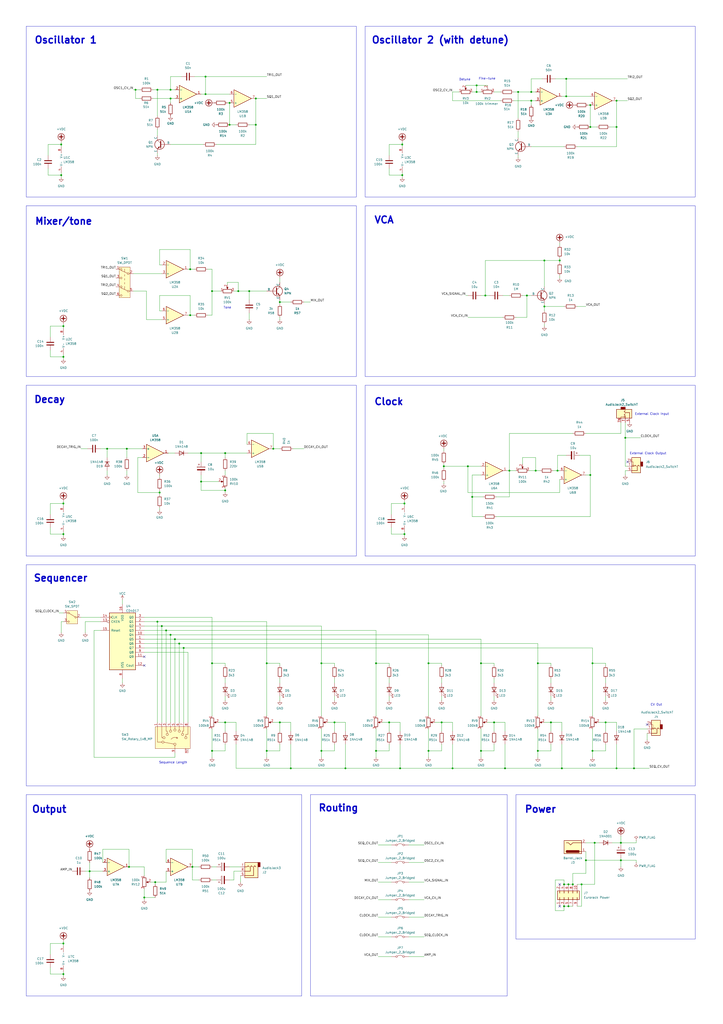
<source format=kicad_sch>
(kicad_sch (version 20250114) (generator "eeschema") (generator_version "9.0")
  (paper "A2" portrait)
  (title_block (title "Space Cow") (rev "0.1") (company "NU31 Hackerspace"))
  (rectangle (start 15.24 461.01) (end 175.26 577.85))
  (rectangle (start 212.09 119.38) (end 403.86 218.44))
  (rectangle (start 212.09 15.24) (end 403.86 114.3))
  (rectangle (start 212.09 223.52) (end 403.86 322.58))
  (rectangle (start 180.34 461.01) (end 294.64 577.85))
  (rectangle (start 15.24 223.52) (end 207.01 322.58))
  (rectangle (start 15.24 327.66) (end 403.86 455.93))
  (rectangle (start 15.24 15.24) (end 207.01 114.3))
  (rectangle (start 15.24 119.38) (end 207.01 218.44))
  (rectangle (start 299.72 461.01) (end 403.86 544.83))
  (text "Sequencer" (at 19.304 335.534 0) (effects (font (size 4 4) (thickness 0.8) (bold yes)) (justify left)))
  (text "VCA" (at 217.17 127.762 0) (effects (font (size 4 4) (thickness 0.8) (bold yes)) (justify left)))
  (text "Oscillator 2 (with detune)" (at 215.646 23.368 0) (effects (font (size 4 4) (thickness 0.8) (bold yes)) (justify left)))
  (text "CV Out" (at 381.254 408.94 0) (effects (font (size 1.27 1.27))))
  (text "Fine-tune" (at 282.956 45.72 0) (effects (font (size 1.27 1.27))))
  (text "Power" (at 313.944 469.646 0) (effects (font (size 4 4) (thickness 0.8) (bold yes))))
  (text "External Clock Output" (at 376.428 263.144 0) (effects (font (size 1.27 1.27))))
  (text "Sequence Length" (at 100.584 442.468 0) (effects (font (size 1.27 1.27))))
  (text "Tone" (at 132.08 178.562 0) (effects (font (size 1.27 1.27))))
  (text "Routing" (at 196.596 468.884 0) (effects (font (size 4 4) (thickness 0.8) (bold yes))))
  (text "Decay" (at 19.558 231.902 0) (effects (font (size 4 4) (thickness 0.8) (bold yes)) (justify left)))
  (text "External Clock Input" (at 378.714 240.284 0) (effects (font (size 1.27 1.27))))
  (text "Output" (at 18.288 469.646 0) (effects (font (size 4 4) (thickness 0.8) (bold yes)) (justify left)))
  (text "Oscillator 1" (at 19.812 23.368 0) (effects (font (size 4 4) (thickness 0.8) (bold yes)) (justify left)))
  (text "Mixer/tone" (at 20.066 128.524 0) (effects (font (size 4 4) (thickness 0.8) (bold yes)) (justify left)))
  (text "Detune" (at 270.002 46.228 0) (effects (font (size 1.27 1.27))))
  (text "Clock" (at 217.17 233.172 0) (effects (font (size 4 4) (thickness 0.8) (bold yes)) (justify left)))
  (junction (at 248.92 435.61))
  (junction (at 327.66 513.08))
  (junction (at 232.41 445.77))
  (junction (at 90.17 511.81))
  (junction (at 218.44 384.81))
  (junction (at 276.86 53.34))
  (junction (at 358.14 445.77))
  (junction (at 35.56 83.82))
  (junction (at 200.66 445.77))
  (junction (at 138.43 168.91))
  (junction (at 358.14 73.66))
  (junction (at 168.91 445.77))
  (junction (at 194.31 419.1))
  (junction (at 344.17 435.61))
  (junction (at 358.14 58.42))
  (junction (at 52.07 505.46))
  (junction (at 130.81 284.48))
  (junction (at 345.44 488.95))
  (junction (at 186.69 435.61))
  (junction (at 342.9 275.59))
  (junction (at 36.83 189.23))
  (junction (at 306.07 171.45))
  (junction (at 330.2 513.08))
  (junction (at 218.44 435.61))
  (junction (at 133.35 72.39))
  (junction (at 62.23 260.35))
  (junction (at 328.93 45.72))
  (junction (at 123.19 435.61))
  (junction (at 234.95 292.1))
  (junction (at 344.17 384.81))
  (junction (at 274.32 288.29))
  (junction (at 36.83 547.37))
  (junction (at 111.76 502.92))
  (junction (at 133.35 59.69))
  (junction (at 332.74 513.08))
  (junction (at 233.68 83.82))
  (junction (at 360.68 488.95))
  (junction (at 368.3 445.77))
  (junction (at 110.49 182.88))
  (junction (at 158.75 260.35))
  (junction (at 363.22 254))
  (junction (at 36.83 565.15))
  (junction (at 91.44 52.07))
  (junction (at 123.19 384.81))
  (junction (at 330.2 525.78))
  (junction (at 116.84 262.89))
  (junction (at 104.14 373.38))
  (junction (at 144.78 168.91))
  (junction (at 281.94 171.45))
  (junction (at 271.78 270.51))
  (junction (at 308.61 53.34))
  (junction (at 308.61 58.42))
  (junction (at 154.94 384.81))
  (junction (at 248.92 384.81))
  (junction (at 123.19 168.91))
  (junction (at 83.82 520.7))
  (junction (at 93.98 363.22))
  (junction (at 257.81 270.51))
  (junction (at 119.38 54.61))
  (junction (at 326.39 445.77))
  (junction (at 96.52 365.76))
  (junction (at 99.06 368.3))
  (junction (at 316.23 151.13))
  (junction (at 256.54 419.1))
  (junction (at 323.85 273.05))
  (junction (at 234.95 309.88))
  (junction (at 36.83 309.88))
  (junction (at 311.15 273.05))
  (junction (at 351.79 419.1))
  (junction (at 337.82 513.08))
  (junction (at 287.02 419.1))
  (junction (at 36.83 292.1))
  (junction (at 162.56 175.26))
  (junction (at 99.06 57.15))
  (junction (at 119.38 44.45))
  (junction (at 328.93 55.88))
  (junction (at 99.06 52.07))
  (junction (at 279.4 435.61))
  (junction (at 154.94 435.61))
  (junction (at 342.9 60.96))
  (junction (at 92.71 285.75))
  (junction (at 186.69 384.81))
  (junction (at 360.68 499.11))
  (junction (at 91.44 360.68))
  (junction (at 36.83 207.01))
  (junction (at 35.56 101.6))
  (junction (at 327.66 525.78))
  (junction (at 106.68 375.92))
  (junction (at 316.23 177.8))
  (junction (at 312.42 384.81))
  (junction (at 148.59 72.39))
  (junction (at 130.81 262.89))
  (junction (at 276.86 49.53))
  (junction (at 78.74 52.07))
  (junction (at 110.49 156.21))
  (junction (at 300.99 53.34))
  (junction (at 226.06 419.1))
  (junction (at 293.37 445.77))
  (junction (at 320.04 419.1))
  (junction (at 279.4 384.81))
  (junction (at 295.91 273.05))
  (junction (at 233.68 101.6))
  (junction (at 342.9 73.66))
  (junction (at 312.42 435.61))
  (junction (at 162.56 419.1))
  (junction (at 101.6 370.84))
  (junction (at 325.12 151.13))
  (junction (at 74.93 502.92))
  (junction (at 130.81 419.1))
  (junction (at 116.84 279.4))
  (junction (at 340.36 499.11))
  (junction (at 262.89 445.77))
  (junction (at 148.59 57.15))
  (junction (at 73.66 260.35))
  (no_connect (at 375.92 420.37))
  (no_connect (at 325.12 513.08))
  (no_connect (at 364.49 267.97))
  (no_connect (at 83.82 381))
  (no_connect (at 83.82 386.08))
  (no_connect (at 325.12 525.78))
  (wire (pts (xy 49.53 360.68) (xy 58.42 360.68)))
  (wire (pts (xy 294.64 273.05) (xy 295.91 273.05)))
  (wire (pts (xy 341.63 60.96) (xy 342.9 60.96)))
  (wire (pts (xy 29.21 292.1) (xy 36.83 292.1)))
  (wire (pts (xy 342.9 73.66) (xy 346.71 73.66)))
  (wire (pts (xy 276.86 49.53) (xy 283.21 49.53)))
  (wire (pts (xy 281.94 171.45) (xy 281.94 151.13)))
  (wire (pts (xy 256.54 393.7) (xy 256.54 396.24)))
  (wire (pts (xy 320.04 384.81) (xy 320.04 386.08)))
  (wire (pts (xy 226.06 435.61) (xy 226.06 431.8)))
  (wire (pts (xy 308.61 45.72) (xy 308.61 53.34)))
  (wire (pts (xy 154.94 435.61) (xy 162.56 435.61)))
  (wire (pts (xy 316.23 419.1) (xy 320.04 419.1)))
  (wire (pts (xy 96.52 492.76) (xy 111.76 492.76)))
  (wire (pts (xy 130.81 435.61) (xy 130.81 431.8)))
  (wire (pts (xy 360.68 488.95) (xy 369.57 488.95)))
  (wire (pts (xy 92.71 295.91) (xy 92.71 294.64)))
  (wire (pts (xy 354.33 73.66) (xy 358.14 73.66)))
  (wire (pts (xy 246.38 490.22) (xy 237.49 490.22)))
  (wire (pts (xy 154.94 384.81) (xy 154.94 360.68)))
  (wire (pts (xy 83.82 368.3) (xy 99.06 368.3)))
  (wire (pts (xy 36.83 547.37) (xy 36.83 548.64)))
  (wire (pts (xy 62.23 275.59) (xy 62.23 273.05)))
  (wire (pts (xy 222.25 419.1) (xy 226.06 419.1)))
  (wire (pts (xy 358.14 58.42) (xy 358.14 73.66)))
  (wire (pts (xy 127 419.1) (xy 130.81 419.1)))
  (wire (pts (xy 73.66 275.59) (xy 73.66 273.05)))
  (wire (pts (xy 137.16 431.8) (xy 137.16 445.77)))
  (wire (pts (xy 80.01 285.75) (xy 92.71 285.75)))
  (wire (pts (xy 252.73 419.1) (xy 256.54 419.1)))
  (wire (pts (xy 311.15 273.05) (xy 313.69 273.05)))
  (wire (pts (xy 123.19 510.54) (xy 125.73 510.54)))
  (wire (pts (xy 62.23 260.35) (xy 73.66 260.35)))
  (wire (pts (xy 99.06 59.69) (xy 99.06 57.15)))
  (wire (pts (xy 227.33 554.99) (xy 219.71 554.99)))
  (wire (pts (xy 335.28 525.78) (xy 337.82 525.78)))
  (wire (pts (xy 97.79 262.89) (xy 101.6 262.89)))
  (wire (pts (xy 226.06 419.1) (xy 232.41 419.1)))
  (wire (pts (xy 335.28 513.08) (xy 337.82 513.08)))
  (wire (pts (xy 287.02 419.1) (xy 287.02 424.18)))
  (wire (pts (xy 99.06 368.3) (xy 99.06 419.1)))
  (wire (pts (xy 227.33 309.88) (xy 227.33 306.07)))
  (wire (pts (xy 325.12 149.86) (xy 325.12 151.13)))
  (wire (pts (xy 168.91 445.77) (xy 200.66 445.77)))
  (wire (pts (xy 35.56 101.6) (xy 35.56 100.33)))
  (wire (pts (xy 325.12 273.05) (xy 323.85 273.05)))
  (wire (pts (xy 320.04 393.7) (xy 320.04 396.24)))
  (wire (pts (xy 83.82 373.38) (xy 104.14 373.38)))
  (wire (pts (xy 299.72 184.15) (xy 306.07 184.15)))
  (wire (pts (xy 287.02 53.34) (xy 290.83 53.34)))
  (wire (pts (xy 292.1 171.45) (xy 295.91 171.45)))
  (wire (pts (xy 49.53 367.03) (xy 49.53 360.68)))
  (wire (pts (xy 74.93 492.76) (xy 74.93 502.92)))
  (wire (pts (xy 257.81 280.67) (xy 257.81 279.4)))
  (wire (pts (xy 133.35 59.69) (xy 133.35 72.39)))
  (wire (pts (xy 340.36 499.11) (xy 340.36 494.03)))
  (wire (pts (xy 116.84 262.89) (xy 116.84 267.97)))
  (wire (pts (xy 246.38 543.56) (xy 237.49 543.56)))
  (wire (pts (xy 130.81 384.81) (xy 130.81 386.08)))
  (wire (pts (xy 342.9 264.16) (xy 336.55 264.16)))
  (wire (pts (xy 158.75 419.1) (xy 162.56 419.1)))
  (wire (pts (xy 300.99 76.2) (xy 300.99 80.01)))
  (wire (pts (xy 226.06 101.6) (xy 226.06 97.79)))
  (wire (pts (xy 82.55 265.43) (xy 80.01 265.43)))
  (wire (pts (xy 295.91 273.05) (xy 295.91 288.29)))
  (wire (pts (xy 83.82 520.7) (xy 83.82 515.62)))
  (wire (pts (xy 326.39 419.1) (xy 326.39 424.18)))
  (wire (pts (xy 154.94 435.61) (xy 154.94 439.42)))
  (wire (pts (xy 186.69 435.61) (xy 194.31 435.61)))
  (wire (pts (xy 232.41 445.77) (xy 262.89 445.77)))
  (wire (pts (xy 234.95 309.88) (xy 227.33 309.88)))
  (wire (pts (xy 347.98 419.1) (xy 351.79 419.1)))
  (wire (pts (xy 271.78 270.51) (xy 279.4 270.51)))
  (wire (pts (xy 320.04 403.86) (xy 320.04 406.4)))
  (wire (pts (xy 36.83 207.01) (xy 36.83 205.74)))
  (wire (pts (xy 93.98 363.22) (xy 93.98 419.1)))
  (wire (pts (xy 219.71 532.13) (xy 227.33 532.13)))
  (wire (pts (xy 325.12 285.75) (xy 271.78 285.75)))
  (wire (pts (xy 270.51 49.53) (xy 276.86 49.53)))
  (wire (pts (xy 138.43 163.83) (xy 138.43 168.91)))
  (wire (pts (xy 35.56 102.87) (xy 35.56 101.6)))
  (wire (pts (xy 186.69 384.81) (xy 186.69 415.29)))
  (wire (pts (xy 327.66 513.08) (xy 327.66 510.54)))
  (wire (pts (xy 130.81 403.86) (xy 130.81 406.4)))
  (wire (pts (xy 46.99 260.35) (xy 50.8 260.35)))
  (wire (pts (xy 35.56 367.03) (xy 35.56 360.68)))
  (wire (pts (xy 186.69 435.61) (xy 186.69 439.42)))
  (wire (pts (xy 132.08 163.83) (xy 132.08 165.1)))
  (wire (pts (xy 91.44 52.07) (xy 99.06 52.07)))
  (wire (pts (xy 130.81 419.1) (xy 130.81 424.18)))
  (wire (pts (xy 262.89 53.34) (xy 262.89 58.42)))
  (wire (pts (xy 29.21 547.37) (xy 36.83 547.37)))
  (wire (pts (xy 279.4 171.45) (xy 281.94 171.45)))
  (wire (pts (xy 326.39 55.88) (xy 328.93 55.88)))
  (wire (pts (xy 344.17 375.92) (xy 344.17 384.81)))
  (wire (pts (xy 218.44 384.81) (xy 218.44 365.76)))
  (wire (pts (xy 162.56 419.1) (xy 162.56 424.18)))
  (wire (pts (xy 162.56 175.26) (xy 168.91 175.26)))
  (wire (pts (xy 262.89 58.42) (xy 290.83 58.42)))
  (wire (pts (xy 123.19 502.92) (xy 125.73 502.92)))
  (wire (pts (xy 279.4 275.59) (xy 274.32 275.59)))
  (wire (pts (xy 345.44 513.08) (xy 345.44 488.95)))
  (wire (pts (xy 219.71 521.97) (xy 227.33 521.97)))
  (wire (pts (xy 168.91 419.1) (xy 168.91 424.18)))
  (wire (pts (xy 54.61 439.42) (xy 101.6 439.42)))
  (wire (pts (xy 113.03 156.21) (xy 110.49 156.21)))
  (wire (pts (xy 337.82 513.08) (xy 345.44 513.08)))
  (wire (pts (xy 71.12 393.7) (xy 71.12 396.24)))
  (wire (pts (xy 246.38 500.38) (xy 237.49 500.38)))
  (wire (pts (xy 279.4 422.91) (xy 279.4 435.61)))
  (wire (pts (xy 248.92 384.81) (xy 256.54 384.81)))
  (wire (pts (xy 363.22 254) (xy 363.22 270.51)))
  (wire (pts (xy 326.39 445.77) (xy 358.14 445.77)))
  (wire (pts (xy 35.56 101.6) (xy 27.94 101.6)))
  (wire (pts (xy 74.93 502.92) (xy 83.82 502.92)))
  (wire (pts (xy 186.69 384.81) (xy 186.69 363.22)))
  (wire (pts (xy 135.89 510.54) (xy 135.89 505.46)))
  (wire (pts (xy 36.83 546.1) (xy 36.83 547.37)))
  (wire (pts (xy 101.6 57.15) (xy 99.06 57.15)))
  (wire (pts (xy 125.73 83.82) (xy 148.59 83.82)))
  (wire (pts (xy 92.71 275.59) (xy 92.71 276.86)))
  (wire (pts (xy 312.42 384.81) (xy 312.42 373.38)))
  (wire (pts (xy 295.91 273.05) (xy 299.72 273.05)))
  (wire (pts (xy 200.66 431.8) (xy 200.66 445.77)))
  (wire (pts (xy 344.17 384.81) (xy 351.79 384.81)))
  (wire (pts (xy 340.36 275.59) (xy 342.9 275.59)))
  (wire (pts (xy 311.15 265.43) (xy 311.15 273.05)))
  (wire (pts (xy 233.68 83.82) (xy 233.68 85.09)))
  (wire (pts (xy 227.33 292.1) (xy 234.95 292.1)))
  (wire (pts (xy 83.82 360.68) (xy 91.44 360.68)))
  (wire (pts (xy 335.28 85.09) (xy 358.14 85.09)))
  (wire (pts (xy 62.23 265.43) (xy 62.23 260.35)))
  (wire (pts (xy 340.36 488.95) (xy 345.44 488.95)))
  (wire (pts (xy 300.99 91.44) (xy 300.99 90.17)))
  (wire (pts (xy 85.09 168.91) (xy 85.09 185.42)))
  (wire (pts (xy 279.4 435.61) (xy 279.4 439.42)))
  (wire (pts (xy 113.03 44.45) (xy 119.38 44.45)))
  (wire (pts (xy 340.36 506.73) (xy 340.36 499.11)))
  (wire (pts (xy 36.83 565.15) (xy 29.21 565.15)))
  (wire (pts (xy 52.07 505.46) (xy 59.69 505.46)))
  (wire (pts (xy 281.94 151.13) (xy 316.23 151.13)))
  (wire (pts (xy 148.59 57.15) (xy 148.59 72.39)))
  (wire (pts (xy 36.83 207.01) (xy 29.21 207.01)))
  (wire (pts (xy 88.9 57.15) (xy 99.06 57.15)))
  (wire (pts (xy 119.38 44.45) (xy 154.94 44.45)))
  (wire (pts (xy 194.31 435.61) (xy 194.31 431.8)))
  (wire (pts (xy 303.53 171.45) (xy 306.07 171.45)))
  (wire (pts (xy 54.61 365.76) (xy 58.42 365.76)))
  (wire (pts (xy 218.44 435.61) (xy 218.44 439.42)))
  (wire (pts (xy 312.42 422.91) (xy 312.42 435.61)))
  (wire (pts (xy 135.89 505.46) (xy 139.7 505.46)))
  (wire (pts (xy 130.81 285.75) (xy 130.81 284.48)))
  (wire (pts (xy 83.82 365.76) (xy 96.52 365.76)))
  (wire (pts (xy 115.57 510.54) (xy 111.76 510.54)))
  (wire (pts (xy 91.44 90.17) (xy 91.44 88.9)))
  (wire (pts (xy 300.99 53.34) (xy 308.61 53.34)))
  (wire (pts (xy 132.08 163.83) (xy 138.43 163.83)))
  (wire (pts (xy 162.56 419.1) (xy 168.91 419.1)))
  (wire (pts (xy 219.71 500.38) (xy 227.33 500.38)))
  (wire (pts (xy 162.56 435.61) (xy 162.56 431.8)))
  (wire (pts (xy 143.51 257.81) (xy 143.51 251.46)))
  (wire (pts (xy 88.9 52.07) (xy 91.44 52.07)))
  (wire (pts (xy 363.22 270.51) (xy 364.49 270.51)))
  (wire (pts (xy 327.66 177.8) (xy 316.23 177.8)))
  (wire (pts (xy 36.83 309.88) (xy 29.21 309.88)))
  (wire (pts (xy 300.99 53.34) (xy 300.99 68.58)))
  (wire (pts (xy 110.49 156.21) (xy 109.22 156.21)))
  (wire (pts (xy 123.19 422.91) (xy 123.19 435.61)))
  (wire (pts (xy 262.89 419.1) (xy 262.89 424.18)))
  (wire (pts (xy 96.52 365.76) (xy 218.44 365.76)))
  (wire (pts (xy 287.02 403.86) (xy 287.02 406.4)))
  (wire (pts (xy 83.82 363.22) (xy 93.98 363.22)))
  (wire (pts (xy 248.92 422.91) (xy 248.92 435.61)))
  (wire (pts (xy 351.79 384.81) (xy 351.79 386.08)))
  (wire (pts (xy 369.57 499.11) (xy 369.57 500.38)))
  (wire (pts (xy 36.83 309.88) (xy 36.83 308.61)))
  (wire (pts (xy 92.71 171.45) (xy 110.49 171.45)))
  (wire (pts (xy 219.71 511.81) (xy 227.33 511.81)))
  (wire (pts (xy 200.66 419.1) (xy 200.66 424.18)))
  (wire (pts (xy 218.44 384.81) (xy 218.44 415.29)))
  (wire (pts (xy 162.56 384.81) (xy 162.56 386.08)))
  (wire (pts (xy 293.37 445.77) (xy 326.39 445.77)))
  (wire (pts (xy 293.37 431.8) (xy 293.37 445.77)))
  (wire (pts (xy 295.91 251.46) (xy 295.91 273.05)))
  (wire (pts (xy 130.81 273.05) (xy 130.81 275.59)))
  (wire (pts (xy 120.65 156.21) (xy 123.19 156.21)))
  (wire (pts (xy 162.56 175.26) (xy 162.56 173.99)))
  (wire (pts (xy 29.21 207.01) (xy 29.21 203.2)))
  (wire (pts (xy 351.79 393.7) (xy 351.79 396.24)))
  (wire (pts (xy 130.81 284.48) (xy 130.81 283.21)))
  (wire (pts (xy 360.68 251.46) (xy 360.68 245.11)))
  (wire (pts (xy 312.42 435.61) (xy 320.04 435.61)))
  (wire (pts (xy 312.42 384.81) (xy 312.42 415.29)))
  (wire (pts (xy 190.5 419.1) (xy 194.31 419.1)))
  (wire (pts (xy 92.71 180.34) (xy 92.71 171.45)))
  (wire (pts (xy 101.6 439.42) (xy 101.6 436.88)))
  (wire (pts (xy 83.82 375.92) (xy 106.68 375.92)))
  (wire (pts (xy 303.53 269.24) (xy 303.53 265.43)))
  (wire (pts (xy 257.81 270.51) (xy 271.78 270.51)))
  (wire (pts (xy 248.92 435.61) (xy 248.92 439.42)))
  (wire (pts (xy 328.93 55.88) (xy 342.9 55.88)))
  (wire (pts (xy 36.83 566.42) (xy 36.83 565.15)))
  (wire (pts (xy 111.76 492.76) (xy 111.76 502.92)))
  (wire (pts (xy 320.04 419.1) (xy 326.39 419.1)))
  (wire (pts (xy 91.44 360.68) (xy 91.44 419.1)))
  (wire (pts (xy 96.52 500.38) (xy 96.52 492.76)))
  (wire (pts (xy 257.81 270.51) (xy 257.81 271.78)))
  (wire (pts (xy 133.35 502.92) (xy 139.7 502.92)))
  (wire (pts (xy 316.23 151.13) (xy 316.23 166.37)))
  (wire (pts (xy 123.19 358.14) (xy 123.19 384.81)))
  (wire (pts (xy 330.2 513.08) (xy 332.74 513.08)))
  (wire (pts (xy 158.75 251.46) (xy 158.75 260.35)))
  (wire (pts (xy 77.47 168.91) (xy 85.09 168.91)))
  (wire (pts (xy 123.19 156.21) (xy 123.19 168.91)))
  (wire (pts (xy 36.83 311.15) (xy 36.83 309.88)))
  (wire (pts (xy 130.81 262.89) (xy 143.51 262.89)))
  (wire (pts (xy 27.94 90.17) (xy 27.94 83.82)))
  (wire (pts (xy 360.68 499.11) (xy 369.57 499.11)))
  (wire (pts (xy 276.86 49.53) (xy 276.86 53.34)))
  (wire (pts (xy 279.4 384.81) (xy 279.4 370.84)))
  (wire (pts (xy 218.44 384.81) (xy 226.06 384.81)))
  (wire (pts (xy 283.21 419.1) (xy 287.02 419.1)))
  (wire (pts (xy 91.44 360.68) (xy 154.94 360.68)))
  (wire (pts (xy 274.32 299.72) (xy 274.32 288.29)))
  (wire (pts (xy 342.9 275.59) (xy 342.9 264.16)))
  (wire (pts (xy 194.31 393.7) (xy 194.31 396.24)))
  (wire (pts (xy 375.92 422.91) (xy 368.3 422.91)))
  (wire (pts (xy 78.74 52.07) (xy 78.74 57.15)))
  (wire (pts (xy 358.14 419.1) (xy 358.14 424.18)))
  (wire (pts (xy 144.78 168.91) (xy 144.78 173.99)))
  (wire (pts (xy 344.17 435.61) (xy 344.17 439.42)))
  (wire (pts (xy 180.34 175.26) (xy 176.53 175.26)))
  (wire (pts (xy 256.54 384.81) (xy 256.54 386.08)))
  (wire (pts (xy 276.86 53.34) (xy 274.32 53.34)))
  (wire (pts (xy 344.17 422.91) (xy 344.17 435.61)))
  (wire (pts (xy 90.17 511.81) (xy 96.52 511.81)))
  (wire (pts (xy 281.94 171.45) (xy 284.48 171.45)))
  (wire (pts (xy 360.68 485.14) (xy 360.68 488.95)))
  (wire (pts (xy 154.94 422.91) (xy 154.94 435.61)))
  (wire (pts (xy 322.58 510.54) (xy 322.58 528.32)))
  (wire (pts (xy 322.58 45.72) (xy 328.93 45.72)))
  (wire (pts (xy 368.3 445.77) (xy 377.19 445.77)))
  (wire (pts (xy 36.83 290.83) (xy 36.83 292.1)))
  (wire (pts (xy 137.16 419.1) (xy 137.16 424.18)))
  (wire (pts (xy 35.56 82.55) (xy 35.56 83.82)))
  (wire (pts (xy 226.06 419.1) (xy 226.06 424.18)))
  (wire (pts (xy 162.56 393.7) (xy 162.56 396.24)))
  (wire (pts (xy 328.93 45.72) (xy 328.93 55.88)))
  (wire (pts (xy 276.86 53.34) (xy 279.4 53.34)))
  (wire (pts (xy 58.42 260.35) (xy 62.23 260.35)))
  (wire (pts (xy 36.83 189.23) (xy 36.83 190.5)))
  (wire (pts (xy 99.06 44.45) (xy 99.06 52.07)))
  (wire (pts (xy 123.19 168.91) (xy 123.19 182.88)))
  (wire (pts (xy 295.91 288.29) (xy 288.29 288.29)))
  (wire (pts (xy 280.67 299.72) (xy 274.32 299.72)))
  (wire (pts (xy 110.49 171.45) (xy 110.49 182.88)))
  (wire (pts (xy 176.53 260.35) (xy 170.18 260.35)))
  (wire (pts (xy 316.23 189.23) (xy 316.23 187.96)))
  (wire (pts (xy 130.81 284.48) (xy 116.84 284.48)))
  (wire (pts (xy 375.92 429.26) (xy 375.92 425.45)))
  (wire (pts (xy 106.68 375.92) (xy 106.68 419.1)))
  (wire (pts (xy 29.21 189.23) (xy 36.83 189.23)))
  (wire (pts (xy 168.91 431.8) (xy 168.91 445.77)))
  (wire (pts (xy 29.21 309.88) (xy 29.21 306.07)))
  (wire (pts (xy 73.66 265.43) (xy 73.66 260.35)))
  (wire (pts (xy 262.89 445.77) (xy 293.37 445.77)))
  (wire (pts (xy 358.14 445.77) (xy 358.14 431.8)))
  (wire (pts (xy 351.79 435.61) (xy 351.79 431.8)))
  (wire (pts (xy 351.79 419.1) (xy 358.14 419.1)))
  (wire (pts (xy 83.82 358.14) (xy 123.19 358.14)))
  (wire (pts (xy 226.06 403.86) (xy 226.06 406.4)))
  (wire (pts (xy 360.68 497.84) (xy 360.68 499.11)))
  (wire (pts (xy 101.6 370.84) (xy 279.4 370.84)))
  (wire (pts (xy 92.71 180.34) (xy 93.98 180.34)))
  (wire (pts (xy 101.6 52.07) (xy 99.06 52.07)))
  (wire (pts (xy 54.61 365.76) (xy 54.61 439.42)))
  (wire (pts (xy 316.23 151.13) (xy 325.12 151.13)))
  (wire (pts (xy 279.4 435.61) (xy 287.02 435.61)))
  (wire (pts (xy 320.04 419.1) (xy 320.04 424.18)))
  (wire (pts (xy 132.08 59.69) (xy 133.35 59.69)))
  (wire (pts (xy 308.61 45.72) (xy 314.96 45.72)))
  (wire (pts (xy 104.14 373.38) (xy 312.42 373.38)))
  (wire (pts (xy 248.92 384.81) (xy 248.92 415.29)))
  (wire (pts (xy 29.21 195.58) (xy 29.21 189.23)))
  (wire (pts (xy 233.68 102.87) (xy 233.68 101.6)))
  (wire (pts (xy 162.56 260.35) (xy 158.75 260.35)))
  (wire (pts (xy 36.83 565.15) (xy 36.83 563.88)))
  (wire (pts (xy 274.32 275.59) (xy 274.32 288.29)))
  (wire (pts (xy 83.82 378.46) (xy 109.22 378.46)))
  (wire (pts (xy 52.07 500.38) (xy 52.07 505.46)))
  (wire (pts (xy 113.03 182.88) (xy 110.49 182.88)))
  (wire (pts (xy 287.02 435.61) (xy 287.02 431.8)))
  (wire (pts (xy 293.37 419.1) (xy 293.37 424.18)))
  (wire (pts (xy 298.45 53.34) (xy 300.99 53.34)))
  (wire (pts (xy 369.57 488.95) (xy 369.57 487.68)))
  (wire (pts (xy 262.89 53.34) (xy 266.7 53.34)))
  (wire (pts (xy 80.01 265.43) (xy 80.01 285.75)))
  (wire (pts (xy 327.66 525.78) (xy 330.2 525.78)))
  (wire (pts (xy 368.3 422.91) (xy 368.3 445.77)))
  (wire (pts (xy 154.94 384.81) (xy 162.56 384.81)))
  (wire (pts (xy 92.71 285.75) (xy 92.71 287.02)))
  (wire (pts (xy 143.51 251.46) (xy 158.75 251.46)))
  (wire (pts (xy 303.53 265.43) (xy 311.15 265.43)))
  (wire (pts (xy 200.66 445.77) (xy 232.41 445.77)))
  (wire (pts (xy 144.78 168.91) (xy 154.94 168.91)))
  (wire (pts (xy 288.29 299.72) (xy 342.9 299.72)))
  (wire (pts (xy 360.68 490.22) (xy 360.68 488.95)))
  (wire (pts (xy 46.99 358.14) (xy 58.42 358.14)))
  (wire (pts (xy 123.19 384.81) (xy 123.19 415.29)))
  (wire (pts (xy 123.19 384.81) (xy 130.81 384.81)))
  (wire (pts (xy 271.78 285.75) (xy 271.78 270.51)))
  (wire (pts (xy 91.44 74.93) (xy 91.44 78.74)))
  (wire (pts (xy 144.78 185.42) (xy 144.78 181.61)))
  (wire (pts (xy 106.68 375.92) (xy 344.17 375.92)))
  (wire (pts (xy 85.09 185.42) (xy 93.98 185.42)))
  (wire (pts (xy 342.9 60.96) (xy 342.9 73.66)))
  (wire (pts (xy 325.12 160.02) (xy 325.12 161.29)))
  (wire (pts (xy 36.83 187.96) (xy 36.83 189.23)))
  (wire (pts (xy 130.81 419.1) (xy 137.16 419.1)))
  (wire (pts (xy 271.78 184.15) (xy 292.1 184.15)))
  (wire (pts (xy 96.52 511.81) (xy 96.52 505.46)))
  (wire (pts (xy 257.81 260.35) (xy 257.81 261.62)))
  (wire (pts (xy 133.35 72.39) (xy 137.16 72.39)))
  (wire (pts (xy 360.68 499.11) (xy 360.68 502.92)))
  (wire (pts (xy 246.38 554.99) (xy 237.49 554.99)))
  (wire (pts (xy 116.84 279.4) (xy 127 279.4)))
  (wire (pts (xy 227.33 298.45) (xy 227.33 292.1)))
  (wire (pts (xy 77.47 52.07) (xy 78.74 52.07)))
  (wire (pts (xy 226.06 393.7) (xy 226.06 396.24)))
  (wire (pts (xy 248.92 384.81) (xy 248.92 368.3)))
  (wire (pts (xy 99.06 83.82) (xy 118.11 83.82)))
  (wire (pts (xy 219.71 543.56) (xy 227.33 543.56)))
  (wire (pts (xy 248.92 435.61) (xy 256.54 435.61)))
  (wire (pts (xy 323.85 273.05) (xy 321.31 273.05)))
  (wire (pts (xy 337.82 513.08) (xy 337.82 525.78)))
  (wire (pts (xy 83.82 502.92) (xy 83.82 508)))
  (wire (pts (xy 91.44 52.07) (xy 91.44 67.31)))
  (wire (pts (xy 162.56 176.53) (xy 162.56 175.26)))
  (wire (pts (xy 340.36 251.46) (xy 360.68 251.46)))
  (wire (pts (xy 340.36 499.11) (xy 360.68 499.11)))
  (wire (pts (xy 59.69 492.76) (xy 74.93 492.76)))
  (wire (pts (xy 110.49 144.78) (xy 110.49 156.21)))
  (wire (pts (xy 287.02 393.7) (xy 287.02 396.24)))
  (wire (pts (xy 162.56 185.42) (xy 162.56 184.15)))
  (wire (pts (xy 116.84 54.61) (xy 119.38 54.61)))
  (wire (pts (xy 363.22 245.11) (xy 363.22 254)))
  (wire (pts (xy 262.89 431.8) (xy 262.89 445.77)))
  (wire (pts (xy 138.43 168.91) (xy 144.78 168.91)))
  (wire (pts (xy 119.38 54.61) (xy 133.35 54.61)))
  (wire (pts (xy 139.7 511.81) (xy 139.7 508)))
  (wire (pts (xy 186.69 384.81) (xy 194.31 384.81)))
  (wire (pts (xy 312.42 435.61) (xy 312.42 439.42)))
  (wire (pts (xy 59.69 500.38) (xy 59.69 492.76)))
  (wire (pts (xy 344.17 435.61) (xy 351.79 435.61)))
  (wire (pts (xy 87.63 511.81) (xy 90.17 511.81)))
  (wire (pts (xy 52.07 505.46) (xy 52.07 509.27)))
  (wire (pts (xy 194.31 419.1) (xy 194.31 424.18)))
  (wire (pts (xy 36.83 292.1) (xy 36.83 293.37)))
  (wire (pts (xy 29.21 565.15) (xy 29.21 561.34)))
  (wire (pts (xy 194.31 384.81) (xy 194.31 386.08)))
  (wire (pts (xy 233.68 101.6) (xy 226.06 101.6)))
  (wire (pts (xy 49.53 505.46) (xy 52.07 505.46)))
  (wire (pts (xy 256.54 403.86) (xy 256.54 406.4)))
  (wire (pts (xy 234.95 311.15) (xy 234.95 309.88)))
  (wire (pts (xy 123.19 435.61) (xy 123.19 439.42)))
  (wire (pts (xy 287.02 384.81) (xy 287.02 386.08)))
  (wire (pts (xy 162.56 161.29) (xy 162.56 163.83)))
  (wire (pts (xy 93.98 363.22) (xy 186.69 363.22)))
  (wire (pts (xy 36.83 208.28) (xy 36.83 207.01)))
  (wire (pts (xy 246.38 532.13) (xy 237.49 532.13)))
  (wire (pts (xy 226.06 83.82) (xy 233.68 83.82)))
  (wire (pts (xy 327.66 510.54) (xy 322.58 510.54)))
  (wire (pts (xy 351.79 419.1) (xy 351.79 424.18)))
  (wire (pts (xy 92.71 153.67) (xy 93.98 153.67)))
  (wire (pts (xy 194.31 419.1) (xy 200.66 419.1)))
  (wire (pts (xy 325.12 140.97) (xy 325.12 142.24)))
  (wire (pts (xy 234.95 290.83) (xy 234.95 292.1)))
  (wire (pts (xy 162.56 403.86) (xy 162.56 406.4)))
  (wire (pts (xy 218.44 422.91) (xy 218.44 435.61)))
  (wire (pts (xy 306.07 171.45) (xy 308.61 171.45)))
  (wire (pts (xy 35.56 360.68) (xy 36.83 360.68)))
  (wire (pts (xy 130.81 262.89) (xy 130.81 265.43)))
  (wire (pts (xy 335.28 177.8) (xy 340.36 177.8)))
  (wire (pts (xy 186.69 422.91) (xy 186.69 435.61)))
  (wire (pts (xy 116.84 262.89) (xy 130.81 262.89)))
  (wire (pts (xy 279.4 384.81) (xy 279.4 415.29)))
  (wire (pts (xy 233.68 101.6) (xy 233.68 100.33)))
  (wire (pts (xy 295.91 251.46) (xy 332.74 251.46)))
  (wire (pts (xy 328.93 264.16) (xy 323.85 264.16)))
  (wire (pts (xy 308.61 85.09) (xy 327.66 85.09)))
  (wire (pts (xy 35.56 83.82) (xy 35.56 85.09)))
  (wire (pts (xy 233.68 82.55) (xy 233.68 83.82)))
  (wire (pts (xy 73.66 260.35) (xy 82.55 260.35)))
  (wire (pts (xy 130.81 393.7) (xy 130.81 396.24)))
  (wire (pts (xy 256.54 419.1) (xy 256.54 424.18)))
  (wire (pts (xy 332.74 513.08) (xy 332.74 506.73)))
  (wire (pts (xy 119.38 44.45) (xy 119.38 54.61)))
  (wire (pts (xy 154.94 384.81) (xy 154.94 415.29)))
  (wire (pts (xy 298.45 58.42) (xy 308.61 58.42)))
  (wire (pts (xy 311.15 58.42) (xy 308.61 58.42)))
  (wire (pts (xy 257.81 269.24) (xy 257.81 270.51)))
  (wire (pts (xy 92.71 153.67) (xy 92.71 144.78)))
  (wire (pts (xy 123.19 182.88) (xy 120.65 182.88)))
  (wire (pts (xy 351.79 403.86) (xy 351.79 406.4)))
  (wire (pts (xy 332.74 506.73) (xy 340.36 506.73)))
  (wire (pts (xy 96.52 365.76) (xy 96.52 419.1)))
  (wire (pts (xy 92.71 284.48) (xy 92.71 285.75)))
  (wire (pts (xy 287.02 419.1) (xy 293.37 419.1)))
  (wire (pts (xy 99.06 44.45) (xy 105.41 44.45)))
  (wire (pts (xy 320.04 435.61) (xy 320.04 431.8)))
  (wire (pts (xy 358.14 445.77) (xy 368.3 445.77)))
  (wire (pts (xy 77.47 158.75) (xy 93.98 158.75)))
  (wire (pts (xy 358.14 58.42) (xy 364.49 58.42)))
  (wire (pts (xy 306.07 171.45) (xy 306.07 184.15)))
  (wire (pts (xy 358.14 85.09) (xy 358.14 73.66)))
  (wire (pts (xy 218.44 435.61) (xy 226.06 435.61)))
  (wire (pts (xy 270.51 171.45) (xy 271.78 171.45)))
  (wire (pts (xy 344.17 384.81) (xy 344.17 415.29)))
  (wire (pts (xy 330.2 525.78) (xy 332.74 525.78)))
  (wire (pts (xy 323.85 264.16) (xy 323.85 273.05)))
  (wire (pts (xy 27.94 83.82) (xy 35.56 83.82)))
  (wire (pts (xy 327.66 528.32) (xy 327.66 525.78)))
  (wire (pts (xy 123.19 168.91) (xy 128.27 168.91)))
  (wire (pts (xy 111.76 510.54) (xy 111.76 502.92)))
  (wire (pts (xy 29.21 298.45) (xy 29.21 292.1)))
  (wire (pts (xy 110.49 182.88) (xy 109.22 182.88)))
  (wire (pts (xy 325.12 151.13) (xy 325.12 152.4)))
  (wire (pts (xy 363.22 254) (xy 372.11 254)))
  (wire (pts (xy 355.6 488.95) (xy 360.68 488.95)))
  (wire (pts (xy 27.94 101.6) (xy 27.94 97.79)))
  (wire (pts (xy 109.22 262.89) (xy 116.84 262.89)))
  (wire (pts (xy 194.31 403.86) (xy 194.31 406.4)))
  (wire (pts (xy 232.41 419.1) (xy 232.41 424.18)))
  (wire (pts (xy 325.12 278.13) (xy 325.12 285.75)))
  (wire (pts (xy 232.41 431.8) (xy 232.41 445.77)))
  (wire (pts (xy 226.06 90.17) (xy 226.06 83.82)))
  (wire (pts (xy 226.06 384.81) (xy 226.06 386.08)))
  (wire (pts (xy 116.84 284.48) (xy 116.84 279.4)))
  (wire (pts (xy 109.22 378.46) (xy 109.22 419.1)))
  (wire (pts (xy 307.34 273.05) (xy 311.15 273.05)))
  (wire (pts (xy 148.59 83.82) (xy 148.59 72.39)))
  (wire (pts (xy 104.14 373.38) (xy 104.14 419.1)))
  (wire (pts (xy 322.58 528.32) (xy 327.66 528.32)))
  (wire (pts (xy 90.17 511.81) (xy 90.17 513.08)))
  (wire (pts (xy 78.74 57.15) (xy 81.28 57.15)))
  (wire (pts (xy 316.23 180.34) (xy 316.23 177.8)))
  (wire (pts (xy 363.22 273.05) (xy 364.49 273.05)))
  (wire (pts (xy 342.9 299.72) (xy 342.9 275.59)))
  (wire (pts (xy 308.61 60.96) (xy 308.61 58.42)))
  (wire (pts (xy 256.54 435.61) (xy 256.54 431.8)))
  (wire (pts (xy 256.54 419.1) (xy 262.89 419.1)))
  (wire (pts (xy 135.89 168.91) (xy 138.43 168.91)))
  (wire (pts (xy 234.95 309.88) (xy 234.95 308.61)))
  (wire (pts (xy 115.57 502.92) (xy 111.76 502.92)))
  (wire (pts (xy 327.66 513.08) (xy 330.2 513.08)))
  (wire (pts (xy 71.12 347.98) (xy 71.12 350.52)))
  (wire (pts (xy 148.59 57.15) (xy 154.94 57.15)))
  (wire (pts (xy 234.95 292.1) (xy 234.95 293.37)))
  (wire (pts (xy 144.78 72.39) (xy 148.59 72.39)))
  (wire (pts (xy 78.74 52.07) (xy 81.28 52.07)))
  (wire (pts (xy 326.39 431.8) (xy 326.39 445.77)))
  (wire (pts (xy 83.82 521.97) (xy 83.82 520.7)))
  (wire (pts (xy 347.98 488.95) (xy 345.44 488.95)))
  (wire (pts (xy 279.4 384.81) (xy 287.02 384.81)))
  (wire (pts (xy 246.38 511.81) (xy 237.49 511.81)))
  (wire (pts (xy 123.19 435.61) (xy 130.81 435.61)))
  (wire (pts (xy 83.82 520.7) (xy 90.17 520.7)))
  (wire (pts (xy 246.38 521.97) (xy 237.49 521.97)))
  (wire (pts (xy 274.32 288.29) (xy 280.67 288.29)))
  (wire (pts (xy 316.23 177.8) (xy 316.23 176.53)))
  (wire (pts (xy 312.42 384.81) (xy 320.04 384.81)))
  (wire (pts (xy 328.93 45.72) (xy 364.49 45.72)))
  (wire (pts (xy 363.22 275.59) (xy 363.22 273.05)))
  (wire (pts (xy 219.71 490.22) (xy 227.33 490.22)))
  (wire (pts (xy 34.29 355.6) (xy 36.83 355.6)))
  (wire (pts (xy 116.84 275.59) (xy 116.84 279.4)))
  (wire (pts (xy 137.16 445.77) (xy 168.91 445.77)))
  (wire (pts (xy 101.6 370.84) (xy 101.6 419.1)))
  (wire (pts (xy 83.82 370.84) (xy 101.6 370.84)))
  (wire (pts (xy 92.71 144.78) (xy 110.49 144.78)))
  (wire (pts (xy 99.06 368.3) (xy 248.92 368.3)))
  (wire (pts (xy 311.15 53.34) (xy 308.61 53.34)))
  (wire (pts (xy 133.35 510.54) (xy 135.89 510.54)))
  (wire (pts (xy 29.21 553.72) (xy 29.21 547.37)))
  (label "TRI1_OUT" (at 67.31 156.21 180))
  (label "DECAY_CV_OUT" (at 219.71 521.97 180))
  (label "VCA_SIGNAL_IN" (at 246.38 511.81 0))
  (label "DECAY_TRIG_IN" (at 46.99 260.35 180))
  (label "MIX_OUT" (at 219.71 511.81 180))
  (label "CLOCK_OUT" (at 219.71 543.56 180))
  (label "OSC2_CV_IN" (at 262.89 53.34 180))
  (label "OSC1_CV_IN" (at 77.47 52.07 180))
  (label "VCA_OUT" (at 219.71 554.99 180))
  (label "DECAY_CV_OUT" (at 176.53 260.35 0))
  (label "SEQ_CLOCK_IN" (at 34.29 355.6 180))
  (label "OSC1_CV_IN" (at 246.38 490.22 0))
  (label "TRI2_OUT" (at 364.49 45.72 0))
  (label "SQ1_OUT" (at 67.31 161.29 180))
  (label "SEQ_CV_OUT" (at 219.71 500.38 180))
  (label "AMP_IN" (at 41.91 505.46 180))
  (label "SEQ_CLOCK_IN" (at 246.38 543.56 0))
  (label "VCA_SIGNAL_IN" (at 270.51 171.45 180))
  (label "OSC2_CV_IN" (at 246.38 500.38 0))
  (label "CLOCK_OUT" (at 372.11 254 0))
  (label "VCA_OUT" (at 340.36 177.8 0))
  (label "DECAY_TRIG_IN" (at 246.38 532.13 0))
  (label "CLOCK_OUT" (at 219.71 532.13 180))
  (label "TRI1_OUT" (at 154.94 44.45 0))
  (label "SQ1_OUT" (at 154.94 57.15 0))
  (label "SEQ_CV_OUT" (at 377.19 445.77 0))
  (label "VCA_CV_IN" (at 271.78 184.15 180))
  (label "TRI2_OUT" (at 67.31 166.37 180))
  (label "SQ2_OUT" (at 67.31 171.45 180))
  (label "AMP_IN" (at 246.38 554.99 0))
  (label "SQ2_OUT" (at 364.49 58.42 0))
  (label "SEQ_CV_OUT" (at 219.71 490.22 180))
  (label "MIX_OUT" (at 180.34 175.26 0))
  (label "VCA_CV_IN" (at 246.38 521.97 0))
  (symbol (lib_id "Device:R") (at 331.47 177.8 90) (unit 1)
    (property "Reference" "R13" (at 331.47 171.45 90))
    (property "Value" "1k" (at 331.47 173.99 90))
    (property "Footprint" "Resistor_THT:R_Axial_DIN0207_L6.3mm_D2.5mm_P10.16mm_Horizontal" (effects (hide yes)))
    (property "Description" "Resistor" (effects (hide yes)))
  )
  (symbol (lib_id "power:+VDC") (at 234.95 290.83 0) (unit 1)
    (property "Reference" "#PWR050" (effects (hide yes)))
    (property "Value" "+VDC" (at 234.95 283.21 0))
    (property "Description" "Power symbol creates a global label with name \"+VDC\"" (effects (hide yes)))
  )
  (symbol (lib_id "Device:R") (at 166.37 260.35 90) (unit 1)
    (property "Reference" "R40" (at 165.0999 257.81 0) (effects (justify left)))
    (property "Value" "1k" (at 167.6399 257.81 0) (effects (justify left)))
    (property "Footprint" "Resistor_THT:R_Axial_DIN0207_L6.3mm_D2.5mm_P10.16mm_Horizontal" (effects (hide yes)))
    (property "Description" "Resistor" (effects (hide yes)))
  )
  (symbol (lib_id "power:GND") (at 365.76 245.11 0) (unit 1)
    (property "Reference" "#PWR053" (effects (hide yes)))
    (property "Value" "GND" (at 365.76 250.19 0))
  )
  (symbol (lib_id "Amplifier_Operational:LM358") (at 332.74 275.59 0) (mirror x) (unit 2)
    (property "Reference" "U6" (at 332.74 285.75 0))
    (property "Value" "LM358" (at 332.74 283.21 0))
    (property "Footprint" "Package_DIP:DIP-8_W7.62mm_Socket" (effects (hide yes)))
    (property "Datasheet" "http://www.ti.com/lit/ds/symlink/lm2904-n.pdf" (effects (hide yes)))
    (property "Description" "Low-Power, Dual Operational Amplifiers, DIP-8/SOIC-8/TO-99-8" (effects (hide yes)))
  )
  (symbol (lib_id "Device:R") (at 121.92 83.82 90) (mirror x) (unit 1)
    (property "Reference" "R4" (at 121.92 90.17 90))
    (property "Value" "100k" (at 121.92 87.63 90))
    (property "Footprint" "Resistor_THT:R_Axial_DIN0207_L6.3mm_D2.5mm_P10.16mm_Horizontal" (effects (hide yes)))
    (property "Description" "Resistor" (effects (hide yes)))
  )
  (symbol (lib_id "Device:LED") (at 320.04 400.05 90) (unit 1)
    (property "Reference" "D15" (at 322.961 400.729 90) (effects (justify right)))
    (property "Value" "LED" (at 322.961 403.5041 90) (effects (justify right)))
    (property "Footprint" "LED_THT:LED_D3.0mm" (effects (hide yes)))
  )
  (symbol (lib_id "power:GND") (at 233.68 102.87 0) (unit 1)
    (property "Reference" "#PWR045" (effects (hide yes)))
    (property "Value" "GND" (at 233.68 107.95 0))
    (property "Description" "Power symbol creates a global label with name \"GND\" , ground" (effects (hide yes)))
  )
  (symbol (lib_id "Amplifier_Operational:LM358") (at 104.14 502.92 0) (mirror x) (unit 2)
    (property "Reference" "U7" (at 104.14 513.08 0))
    (property "Value" "LM358" (at 104.14 510.54 0))
    (property "Footprint" "Package_DIP:DIP-8_W7.62mm_Socket" (effects (hide yes)))
    (property "Datasheet" "http://www.ti.com/lit/ds/symlink/lm2904-n.pdf" (effects (hide yes)))
    (property "Description" "Low-Power, Dual Operational Amplifiers, DIP-8/SOIC-8/TO-99-8" (effects (hide yes)))
  )
  (symbol (lib_id "4xxx:4017") (at 71.12 370.84 0) (unit 1)
    (property "Reference" "U4" (at 73.1394 351.6335 0) (effects (justify left)))
    (property "Value" "CD4017" (at 73.1394 354.4086 0) (effects (justify left)))
    (property "Footprint" "Package_DIP:DIP-16_W7.62mm_Socket" (effects (hide yes)))
    (property "Datasheet" "http://www.intersil.com/content/dam/Intersil/documents/cd40/cd4017bms-22bms.pdf" (effects (hide yes)))
  )
  (symbol (lib_id "power:GND") (at 363.22 275.59 0) (unit 1)
    (property "Reference" "#PWR054" (effects (hide yes)))
    (property "Value" "GND" (at 363.22 280.67 0))
  )
  (symbol (lib_id "Amplifier_Operational:LM358") (at 67.31 502.92 0) (mirror x) (unit 1)
    (property "Reference" "U7" (at 67.31 513.08 0))
    (property "Value" "LM358" (at 67.31 510.54 0))
    (property "Footprint" "Package_DIP:DIP-8_W7.62mm_Socket" (effects (hide yes)))
    (property "Datasheet" "http://www.ti.com/lit/ds/symlink/lm2904-n.pdf" (effects (hide yes)))
    (property "Description" "Low-Power, Dual Operational Amplifiers, DIP-8/SOIC-8/TO-99-8" (effects (hide yes)))
  )
  (symbol (lib_id "Amplifier_Operational:LM358") (at 39.37 556.26 0) (mirror x) (unit 3)
    (property "Reference" "U7" (at 39.37 554.99 0) (effects (justify left)))
    (property "Value" "LM358" (at 39.37 557.53 0) (effects (justify left)))
    (property "Footprint" "Package_DIP:DIP-8_W7.62mm_Socket" (effects (hide yes)))
    (property "Datasheet" "http://www.ti.com/lit/ds/symlink/lm2904-n.pdf" (effects (hide yes)))
    (property "Description" "Low-Power, Dual Operational Amplifiers, DIP-8/SOIC-8/TO-99-8" (effects (hide yes)))
  )
  (symbol (lib_id "Amplifier_Operational:LM358") (at 140.97 57.15 0) (mirror x) (unit 2)
    (property "Reference" "U1" (at 140.97 67.31 0))
    (property "Value" "LM358" (at 140.97 64.77 0))
    (property "Footprint" "Package_DIP:DIP-8_W7.62mm_Socket" (effects (hide yes)))
    (property "Datasheet" "http://www.ti.com/lit/ds/symlink/lm2904-n.pdf" (effects (hide yes)))
    (property "Description" "Low-Power, Dual Operational Amplifiers, DIP-8/SOIC-8/TO-99-8" (effects (hide yes)))
  )
  (symbol (lib_id "power:GND") (at 234.95 311.15 0) (unit 1)
    (property "Reference" "#PWR051" (effects (hide yes)))
    (property "Value" "GND" (at 234.95 316.23 0))
    (property "Description" "Power symbol creates a global label with name \"GND\" , ground" (effects (hide yes)))
  )
  (symbol (lib_id "power:+VDC") (at 124.46 59.69 90) (unit 1)
    (property "Reference" "#PWR010" (effects (hide yes)))
    (property "Value" "+VDC" (at 118.11 59.6899 90) (effects (justify left)))
    (property "Description" "Power symbol creates a global label with name \"+VDC\"" (effects (hide yes)))
  )
  (symbol (lib_id "Amplifier_Operational:LM358") (at 101.6 182.88 0) (mirror x) (unit 2)
    (property "Reference" "U2" (at 101.6 193.04 0))
    (property "Value" "LM358" (at 101.6 190.5 0))
    (property "Footprint" "Package_DIP:DIP-8_W7.62mm_Socket" (effects (hide yes)))
    (property "Datasheet" "http://www.ti.com/lit/ds/symlink/lm2904-n.pdf" (effects (hide yes)))
    (property "Description" "Low-Power, Dual Operational Amplifiers, DIP-8/SOIC-8/TO-99-8" (effects (hide yes)))
  )
  (symbol (lib_id "Jumper:Jumper_2_Bridged") (at 232.41 554.99 0) (unit 1)
    (property "Reference" "JP7" (at 232.41 549.91 0))
    (property "Value" "Jumper_2_Bridged" (at 232.41 552.45 0))
    (property "Footprint" "Connector_PinHeader_2.54mm:PinHeader_1x02_P2.54mm_Vertical" (effects (hide yes)))
    (property "Description" "Jumper, 2-pole, closed/bridged" (effects (hide yes)))
  )
  (symbol (lib_id "power:+VDC") (at 334.01 60.96 90) (unit 1)
    (property "Reference" "#PWR014" (effects (hide yes)))
    (property "Value" "+VDC" (at 327.66 60.9599 90) (effects (justify left)))
    (property "Description" "Power symbol creates a global label with name \"+VDC\"" (effects (hide yes)))
  )
  (symbol (lib_id "Device:R_Potentiometer") (at 312.42 419.1 0) (unit 1)
    (property "Reference" "RV13" (at 310.6421 418.1915 0) (effects (justify right)))
    (property "Value" "100kB" (at 310.6421 420.9666 0) (effects (justify right)))
    (property "Footprint" "Potentiometer_THT:Potentiometer_Bourns_PTA2043_Single_Slide" (effects (hide yes)))
  )
  (symbol (lib_id "Device:R_Potentiometer") (at 303.53 273.05 90) (unit 1)
    (property "Reference" "RV11" (at 303.53 276.86 90))
    (property "Value" "100k" (at 303.53 279.4 90))
    (property "Footprint" "Potentiometer_THT:Potentiometer_Alpha_RD901F-40-00D_Single_Vertical" (effects (hide yes)))
    (property "Description" "Potentiometer" (effects (hide yes)))
  )
  (symbol (lib_id "power:GND") (at 194.31 406.4 0) (unit 1)
    (property "Reference" "#PWR020" (effects (hide yes)))
    (property "Value" "GND" (at 194.31 410.9625 0))
  )
  (symbol (lib_id "Device:C_Polarized") (at 332.74 264.16 270) (unit 1)
    (property "Reference" "C9" (at 332.74 257.302 90))
    (property "Value" "10u" (at 332.994 259.842 90))
    (property "Footprint" "Capacitor_THT:CP_Radial_D5.0mm_P2.50mm" (effects (hide yes)))
    (property "Description" "Polarized capacitor" (effects (hide yes)))
  )
  (symbol (lib_id "Simulation_SPICE:NPN") (at 160.02 168.91 0) (unit 1)
    (property "Reference" "Q4" (at 165.1 167.6399 0) (effects (justify left)))
    (property "Value" "NPN" (at 165.1 170.1799 0) (effects (justify left)))
    (property "Footprint" "Package_TO_SOT_THT:TO-92L_Inline_Wide" (effects (hide yes)))
    (property "Datasheet" "https://ngspice.sourceforge.io/docs/ngspice-html-manual/manual.xhtml#cha_BJTs" (effects (hide yes)))
    (property "Description" "Bipolar transistor symbol for simulation only, substrate tied to the emitter" (effects (hide yes)))
    (property "Sim.Device" "NPN" (effects (hide yes)))
    (property "Sim.Type" "GUMMELPOON" (effects (hide yes)))
    (property "Sim.Pins" "1=C 2=B 3=E" (effects (hide yes)))
  )
  (symbol (lib_id "Jumper:Jumper_2_Bridged") (at 232.41 511.81 0) (unit 1)
    (property "Reference" "JP3" (at 232.41 506.73 0))
    (property "Value" "Jumper_2_Bridged" (at 232.41 509.27 0))
    (property "Footprint" "Connector_PinHeader_2.54mm:PinHeader_1x02_P2.54mm_Vertical" (effects (hide yes)))
    (property "Description" "Jumper, 2-pole, closed/bridged" (effects (hide yes)))
  )
  (symbol (lib_id "Device:R") (at 300.99 72.39 0) (mirror x) (unit 1)
    (property "Reference" "R17" (at 298.45 71.1199 0) (effects (justify right)))
    (property "Value" "51k" (at 298.45 73.6599 0) (effects (justify right)))
    (property "Footprint" "Resistor_THT:R_Axial_DIN0207_L6.3mm_D2.5mm_P10.16mm_Horizontal" (effects (hide yes)))
    (property "Description" "Resistor" (effects (hide yes)))
  )
  (symbol (lib_id "power:GND") (at 300.99 91.44 0) (unit 1)
    (property "Reference" "#PWR012" (effects (hide yes)))
    (property "Value" "GND" (at 300.99 96.52 0))
    (property "Description" "Power symbol creates a global label with name \"GND\" , ground" (effects (hide yes)))
  )
  (symbol (lib_id "Device:R") (at 294.64 58.42 90) (mirror x) (unit 1)
    (property "Reference" "R16" (at 293.116 60.96 90) (effects (justify right)))
    (property "Value" "51k" (at 292.608 63.246 90) (effects (justify right)))
    (property "Footprint" "Resistor_THT:R_Axial_DIN0207_L6.3mm_D2.5mm_P10.16mm_Horizontal" (effects (hide yes)))
    (property "Description" "Resistor" (effects (hide yes)))
  )
  (symbol (lib_id "Connector_Generic:Conn_02x05_Odd_Even") (at 330.2 520.7 90) (unit 1)
    (property "Reference" "J7" (at 339.09 518.16 90) (effects (justify right)))
    (property "Value" "Eurorack Power" (at 339.09 520.7 90) (effects (justify right)))
    (property "Footprint" "Connector_PinSocket_2.54mm:PinSocket_2x05_P2.54mm_Vertical" (effects (hide yes)))
    (property "Description" "Generic connector, double row, 02x05, odd/even pin numbering scheme (row 1 odd numbers, row 2 even numbers), script generated (kicad-library-utils/schlib/autogen/connector/)" (effects (hide yes)))
  )
  (symbol (lib_id "power:GND") (at 52.07 516.89 0) (unit 1)
    (property "Reference" "#PWR037" (effects (hide yes)))
    (property "Value" "GND" (at 52.07 521.97 0))
    (property "Description" "Power symbol creates a global label with name \"GND\" , ground" (effects (hide yes)))
  )
  (symbol (lib_id "Device:R") (at 85.09 52.07 90) (unit 1)
    (property "Reference" "R1" (at 85.09 45.72 90))
    (property "Value" "100k" (at 85.09 48.26 90))
    (property "Footprint" "Resistor_THT:R_Axial_DIN0207_L6.3mm_D2.5mm_P10.16mm_Horizontal" (effects (hide yes)))
    (property "Description" "Resistor" (effects (hide yes)))
  )
  (symbol (lib_id "Device:R") (at 299.72 171.45 90) (unit 1)
    (property "Reference" "R10" (at 299.72 165.1 90))
    (property "Value" "1M" (at 299.72 167.64 90))
    (property "Footprint" "Resistor_THT:R_Axial_DIN0207_L6.3mm_D2.5mm_P10.16mm_Horizontal" (effects (hide yes)))
    (property "Description" "Resistor" (effects (hide yes)))
  )
  (symbol (lib_id "Device:R") (at 320.04 427.99 0) (mirror y) (unit 1)
    (property "Reference" "R54" (at 317.5 426.7199 0) (effects (justify left)))
    (property "Value" "R51k" (at 317.5 429.2599 0) (effects (justify left)))
    (property "Footprint" "Resistor_THT:R_Axial_DIN0207_L6.3mm_D2.5mm_P10.16mm_Horizontal" (effects (hide yes)))
    (property "Description" "Resistor" (effects (hide yes)))
  )
  (symbol (lib_id "Amplifier_Operational:LM358") (at 236.22 92.71 0) (unit 3)
    (property "Reference" "U3" (at 234.95 91.4399 0) (effects (justify left)))
    (property "Value" "LM358" (at 234.95 93.9799 0) (effects (justify left)))
    (property "Footprint" "Package_DIP:DIP-8_W7.62mm_Socket" (effects (hide yes)))
    (property "Datasheet" "http://www.ti.com/lit/ds/symlink/lm2904-n.pdf" (effects (hide yes)))
    (property "Description" "Low-Power, Dual Operational Amplifiers, DIP-8/SOIC-8/TO-99-8" (effects (hide yes)))
  )
  (symbol (lib_id "Device:D") (at 62.23 269.24 90) (mirror x) (unit 1)
    (property "Reference" "D19" (at 55.88 270.51 90) (effects (justify right)))
    (property "Value" "1N4148" (at 52.324 267.97 90) (effects (justify right)))
    (property "Footprint" "Diode_THT:D_A-405_P7.62mm_Horizontal" (effects (hide yes)))
  )
  (symbol (lib_id "power:+VDC") (at 36.83 187.96 0) (unit 1)
    (property "Reference" "#PWR042" (effects (hide yes)))
    (property "Value" "+VDC" (at 36.83 180.34 0))
    (property "Description" "Power symbol creates a global label with name \"+VDC\"" (effects (hide yes)))
  )
  (symbol (lib_id "Device:D") (at 168.91 427.99 270) (mirror x) (unit 1)
    (property "Reference" "D6" (at 173.99 426.466 90) (effects (justify right)))
    (property "Value" "1N4148" (at 178.816 429.26 90) (effects (justify right)))
    (property "Footprint" "Diode_THT:D_A-405_P7.62mm_Horizontal" (effects (hide yes)))
  )
  (symbol (lib_id "Device:R") (at 287.02 427.99 0) (mirror y) (unit 1)
    (property "Reference" "R52" (at 284.48 426.7199 0) (effects (justify left)))
    (property "Value" "R51k" (at 284.48 429.2599 0) (effects (justify left)))
    (property "Footprint" "Resistor_THT:R_Axial_DIN0207_L6.3mm_D2.5mm_P10.16mm_Horizontal" (effects (hide yes)))
    (property "Description" "Resistor" (effects (hide yes)))
  )
  (symbol (lib_id "Device:C") (at 29.21 199.39 0) (mirror y) (unit 1)
    (property "Reference" "C14" (at 25.4 198.1199 0) (effects (justify left)))
    (property "Value" "100n" (at 25.4 200.66 0) (effects (justify left)))
    (property "Footprint" "Capacitor_THT:C_Disc_D5.1mm_W3.2mm_P5.00mm" (effects (hide yes)))
    (property "Description" "Unpolarized capacitor" (effects (hide yes)))
  )
  (symbol (lib_id "Device:R") (at 284.48 299.72 90) (mirror x) (unit 1)
    (property "Reference" "R43" (at 284.48 306.07 90))
    (property "Value" "100k" (at 284.48 303.53 90))
    (property "Footprint" "Resistor_THT:R_Axial_DIN0207_L6.3mm_D2.5mm_P10.16mm_Horizontal" (effects (hide yes)))
    (property "Description" "Resistor" (effects (hide yes)))
  )
  (symbol (lib_id "Diode:1N4148") (at 105.41 262.89 180) (unit 1)
    (property "Reference" "D1" (at 105.41 256.54 0))
    (property "Value" "1N4148" (at 105.41 259.08 0))
    (property "Footprint" "Diode_THT:D_A-405_P7.62mm_Horizontal" (effects (hide yes)))
    (property "Datasheet" "https://assets.nexperia.com/documents/data-sheet/1N4148_1N4448.pdf" (effects (hide yes)))
    (property "Description" "100V 0.15A standard switching diode, DO-35" (effects (hide yes)))
    (property "Sim.Device" "D" (effects (hide yes)))
    (property "Sim.Pins" "1=K 2=A" (effects (hide yes)))
  )
  (symbol (lib_id "Device:LED") (at 130.81 400.05 90) (unit 1)
    (property "Reference" "D3" (at 133.731 400.729 90) (effects (justify right)))
    (property "Value" "LED" (at 133.731 403.5041 90) (effects (justify right)))
    (property "Footprint" "LED_THT:LED_D3.0mm" (effects (hide yes)))
  )
  (symbol (lib_id "Amplifier_Operational:LM358") (at 109.22 54.61 0) (mirror x) (unit 1)
    (property "Reference" "U1" (at 109.22 64.77 0))
    (property "Value" "LM358" (at 109.22 62.23 0))
    (property "Footprint" "Package_DIP:DIP-8_W7.62mm_Socket" (effects (hide yes)))
    (property "Datasheet" "http://www.ti.com/lit/ds/symlink/lm2904-n.pdf" (effects (hide yes)))
    (property "Description" "Low-Power, Dual Operational Amplifiers, DIP-8/SOIC-8/TO-99-8" (effects (hide yes)))
  )
  (symbol (lib_id "power:GND") (at 186.69 439.42 0) (unit 1)
    (property "Reference" "#PWR019" (effects (hide yes)))
    (property "Value" "GND" (at 186.69 443.9825 0))
  )
  (symbol (lib_id "Device:R") (at 284.48 288.29 90) (mirror x) (unit 1)
    (property "Reference" "R41" (at 284.48 294.64 90))
    (property "Value" "150k" (at 284.48 292.1 90))
    (property "Footprint" "Resistor_THT:R_Axial_DIN0207_L6.3mm_D2.5mm_P10.16mm_Horizontal" (effects (hide yes)))
    (property "Description" "Resistor" (effects (hide yes)))
  )
  (symbol (lib_id "Device:C_Polarized") (at 129.54 510.54 90) (unit 1)
    (property "Reference" "C12" (at 128.651 518.16 90))
    (property "Value" "100u" (at 128.651 515.62 90))
    (property "Footprint" "Capacitor_THT:CP_Radial_D5.0mm_P2.50mm" (effects (hide yes)))
    (property "Description" "Polarized capacitor" (effects (hide yes)))
  )
  (symbol (lib_id "Device:R") (at 119.38 510.54 270) (unit 1)
    (property "Reference" "R51" (at 119.38 516.89 90))
    (property "Value" "100k" (at 119.38 514.35 90))
    (property "Footprint" "Resistor_THT:R_Axial_DIN0207_L6.3mm_D2.5mm_P10.16mm_Horizontal" (effects (hide yes)))
    (property "Description" "Resistor" (effects (hide yes)))
  )
  (symbol (lib_id "Device:C") (at 144.78 177.8 0) (unit 1)
    (property "Reference" "C5" (at 148.59 176.5299 0) (effects (justify left)))
    (property "Value" "?" (at 148.59 179.0699 0) (effects (justify left)))
    (property "Footprint" "Capacitor_THT:C_Disc_D5.1mm_W3.2mm_P5.00mm" (effects (hide yes)))
    (property "Description" "Unpolarized capacitor" (effects (hide yes)))
  )
  (symbol (lib_id "Device:R_Potentiometer") (at 344.17 419.1 0) (unit 1)
    (property "Reference" "RV14" (at 342.3921 418.1915 0) (effects (justify right)))
    (property "Value" "100kB" (at 342.3921 420.9666 0) (effects (justify right)))
    (property "Footprint" "Potentiometer_THT:Potentiometer_Bourns_PTA2043_Single_Slide" (effects (hide yes)))
  )
  (symbol (lib_id "Device:R") (at 351.79 389.89 0) (unit 1)
    (property "Reference" "R55" (at 353.568 388.9815 0) (effects (justify left)))
    (property "Value" "3k3" (at 353.568 391.7566 0) (effects (justify left)))
    (property "Footprint" "Resistor_THT:R_Axial_DIN0207_L6.3mm_D2.5mm_P10.16mm_Horizontal" (effects (hide yes)))
  )
  (symbol (lib_id "Device:C_Polarized") (at 360.68 494.03 0) (unit 1)
    (property "Reference" "C13" (at 364.998 492.506 0) (effects (justify left)))
    (property "Value" "100u" (at 364.744 495.554 0) (effects (justify left)))
    (property "Footprint" "Capacitor_THT:CP_Radial_D5.0mm_P2.50mm" (effects (hide yes)))
    (property "Description" "Polarized capacitor" (effects (hide yes)))
  )
  (symbol (lib_id "Device:R") (at 162.56 180.34 180) (unit 1)
    (property "Reference" "R58" (at 157.48 181.61 0))
    (property "Value" "3k" (at 157.48 179.07 0))
    (property "Footprint" "Resistor_THT:R_Axial_DIN0207_L6.3mm_D2.5mm_P10.16mm_Horizontal" (effects (hide yes)))
    (property "Description" "Resistor" (effects (hide yes)))
  )
  (symbol (lib_id "power:GND") (at 130.81 406.4 0) (unit 1)
    (property "Reference" "#PWR0101" (effects (hide yes)))
    (property "Value" "GND" (at 130.81 410.9625 0))
  )
  (symbol (lib_id "power:GND") (at 36.83 208.28 0) (unit 1)
    (property "Reference" "#PWR043" (effects (hide yes)))
    (property "Value" "GND" (at 36.83 213.36 0))
    (property "Description" "Power symbol creates a global label with name \"GND\" , ground" (effects (hide yes)))
  )
  (symbol (lib_id "Device:R") (at 194.31 427.99 0) (mirror y) (unit 1)
    (property "Reference" "R25" (at 191.77 426.7199 0) (effects (justify left)))
    (property "Value" "R51k" (at 191.77 429.2599 0) (effects (justify left)))
    (property "Footprint" "Resistor_THT:R_Axial_DIN0207_L6.3mm_D2.5mm_P10.16mm_Horizontal" (effects (hide yes)))
    (property "Description" "Resistor" (effects (hide yes)))
  )
  (symbol (lib_id "Device:R") (at 140.97 72.39 90) (mirror x) (unit 1)
    (property "Reference" "R2" (at 140.97 78.74 90))
    (property "Value" "100k" (at 140.97 76.2 90))
    (property "Footprint" "Resistor_THT:R_Axial_DIN0207_L6.3mm_D2.5mm_P10.16mm_Horizontal" (effects (hide yes)))
    (property "Description" "Resistor" (effects (hide yes)))
  )
  (symbol (lib_id "Device:R") (at 129.54 72.39 90) (mirror x) (unit 1)
    (property "Reference" "R14" (at 129.54 78.74 90))
    (property "Value" "100k" (at 129.54 76.2 90))
    (property "Footprint" "Resistor_THT:R_Axial_DIN0207_L6.3mm_D2.5mm_P10.16mm_Horizontal" (effects (hide yes)))
    (property "Description" "Resistor" (effects (hide yes)))
  )
  (symbol (lib_id "power:GND") (at 344.17 439.42 0) (unit 1)
    (property "Reference" "#PWR040" (effects (hide yes)))
    (property "Value" "GND" (at 344.17 443.9825 0))
  )
  (symbol (lib_id "Device:C_Polarized") (at 116.84 271.78 0) (unit 1)
    (property "Reference" "C8" (at 120.65 269.6209 0) (effects (justify left)))
    (property "Value" "10u" (at 120.65 272.1609 0) (effects (justify left)))
    (property "Footprint" "Diode_THT:D_A-405_P10.16mm_Horizontal" (effects (hide yes)))
    (property "Description" "Polarized capacitor" (effects (hide yes)))
  )
  (symbol (lib_id "Device:R_Potentiometer") (at 123.19 419.1 0) (unit 1)
    (property "Reference" "RV4" (at 121.4121 418.1915 0) (effects (justify right)))
    (property "Value" "100kB" (at 121.4121 420.9666 0) (effects (justify right)))
    (property "Footprint" "Potentiometer_THT:Potentiometer_Bourns_PTA2043_Single_Slide" (effects (hide yes)))
  )
  (symbol (lib_id "power:GND") (at 312.42 439.42 0) (unit 1)
    (property "Reference" "#PWR027" (effects (hide yes)))
    (property "Value" "GND" (at 312.42 443.9825 0))
  )
  (symbol (lib_id "Device:D") (at 262.89 427.99 270) (mirror x) (unit 1)
    (property "Reference" "D12" (at 269.24 426.72 90) (effects (justify right)))
    (property "Value" "1N4148" (at 272.796 429.26 90) (effects (justify right)))
    (property "Footprint" "Diode_THT:D_A-405_P7.62mm_Horizontal" (effects (hide yes)))
  )
  (symbol (lib_id "Device:LED") (at 226.06 400.05 90) (unit 1)
    (property "Reference" "D9" (at 228.981 400.729 90) (effects (justify right)))
    (property "Value" "LED" (at 228.981 403.5041 90) (effects (justify right)))
    (property "Footprint" "LED_THT:LED_D3.0mm" (effects (hide yes)))
  )
  (symbol (lib_id "Device:D") (at 137.16 427.99 270) (mirror x) (unit 1)
    (property "Reference" "D4" (at 142.24 426.72 90) (effects (justify right)))
    (property "Value" "1N4148" (at 147.066 429.26 90) (effects (justify right)))
    (property "Footprint" "Diode_THT:D_A-405_P7.62mm_Horizontal" (effects (hide yes)))
  )
  (symbol (lib_id "power:GND") (at 71.12 396.24 0) (unit 1)
    (property "Reference" "#PWR017" (effects (hide yes)))
    (property "Value" "GND" (at 71.12 400.8025 0))
  )
  (symbol (lib_id "Device:C") (at 45.72 505.46 90) (unit 1)
    (property "Reference" "C10" (at 45.72 497.84 90))
    (property "Value" "1u" (at 45.72 500.38 90))
    (property "Footprint" "Capacitor_THT:C_Disc_D5.1mm_W3.2mm_P5.00mm" (effects (hide yes)))
    (property "Description" "Unpolarized capacitor" (effects (hide yes)))
  )
  (symbol (lib_id "power:GND") (at 308.61 68.58 0) (unit 1)
    (property "Reference" "#PWR013" (effects (hide yes)))
    (property "Value" "GND" (at 308.61 72.898 0))
    (property "Description" "Power symbol creates a global label with name \"GND\" , ground" (effects (hide yes)))
  )
  (symbol (lib_id "Device:R") (at 337.82 60.96 90) (mirror x) (unit 1)
    (property "Reference" "R20" (at 337.82 67.31 90))
    (property "Value" "100k" (at 337.82 64.77 90))
    (property "Footprint" "Resistor_THT:R_Axial_DIN0207_L6.3mm_D2.5mm_P10.16mm_Horizontal" (effects (hide yes)))
    (property "Description" "Resistor" (effects (hide yes)))
  )
  (symbol (lib_id "Device:R") (at 320.04 389.89 0) (unit 1)
    (property "Reference" "R53" (at 321.818 388.9815 0) (effects (justify left)))
    (property "Value" "3k3" (at 321.818 391.7566 0) (effects (justify left)))
    (property "Footprint" "Resistor_THT:R_Axial_DIN0207_L6.3mm_D2.5mm_P10.16mm_Horizontal" (effects (hide yes)))
  )
  (symbol (lib_id "power:GND") (at 35.56 367.03 0) (unit 1)
    (property "Reference" "#PWR056" (effects (hide yes)))
    (property "Value" "GND" (at 35.56 371.5925 0))
  )
  (symbol (lib_id "Device:R_Potentiometer") (at 279.4 419.1 0) (unit 1)
    (property "Reference" "RV9" (at 277.6221 418.1915 0) (effects (justify right)))
    (property "Value" "100kB" (at 277.6221 420.9666 0) (effects (justify right)))
    (property "Footprint" "Potentiometer_THT:Potentiometer_Bourns_PTA2043_Single_Slide" (effects (hide yes)))
  )
  (symbol (lib_id "power:GND") (at 36.83 566.42 0) (unit 1)
    (property "Reference" "#PWR049" (effects (hide yes)))
    (property "Value" "GND" (at 36.83 571.5 0))
    (property "Description" "Power symbol creates a global label with name \"GND\" , ground" (effects (hide yes)))
  )
  (symbol (lib_id "power:+VDC") (at 162.56 161.29 0) (unit 1)
    (property "Reference" "#PWR057" (effects (hide yes)))
    (property "Value" "+VDC" (at 162.56 153.67 0))
    (property "Description" "Power symbol creates a global label with name \"+VDC\"" (effects (hide yes)))
  )
  (symbol (lib_id "power:GND") (at 256.54 406.4 0) (unit 1)
    (property "Reference" "#PWR024" (effects (hide yes)))
    (property "Value" "GND" (at 256.54 410.9625 0))
  )
  (symbol (lib_id "power:GND") (at 162.56 185.42 0) (unit 1)
    (property "Reference" "#PWR058" (effects (hide yes)))
    (property "Value" "GND" (at 162.56 190.5 0))
    (property "Description" "Power symbol creates a global label with name \"GND\" , ground" (effects (hide yes)))
  )
  (symbol (lib_id "power:+VDC") (at 257.81 260.35 0) (unit 1)
    (property "Reference" "#PWR034" (effects (hide yes)))
    (property "Value" "+VDC" (at 254.508 252.984 0) (effects (justify left)))
    (property "Description" "Power symbol creates a global label with name \"+VDC\"" (effects (hide yes)))
  )
  (symbol (lib_id "Device:R") (at 162.56 427.99 0) (mirror y) (unit 1)
    (property "Reference" "R9" (at 160.02 426.7199 0) (effects (justify left)))
    (property "Value" "R51k" (at 160.02 429.2599 0) (effects (justify left)))
    (property "Footprint" "Resistor_THT:R_Axial_DIN0207_L6.3mm_D2.5mm_P10.16mm_Horizontal" (effects (hide yes)))
    (property "Description" "Resistor" (effects (hide yes)))
  )
  (symbol (lib_id "power:PWR_FLAG") (at 369.57 487.68 0) (unit 1)
    (property "Reference" "#FLG01" (effects (hide yes)))
    (property "Value" "PWR_FLAG" (at 375.92 485.902 0))
    (property "Description" "Special symbol for telling ERC where power comes from" (effects (hide yes)))
  )
  (symbol (lib_id "power:+VDC") (at 233.68 82.55 0) (unit 1)
    (property "Reference" "#PWR044" (effects (hide yes)))
    (property "Value" "+VDC" (at 233.68 74.93 0))
    (property "Description" "Power symbol creates a global label with name \"+VDC\"" (effects (hide yes)))
  )
  (symbol (lib_id "Device:R") (at 52.07 513.08 0) (unit 1)
    (property "Reference" "R48" (at 54.61 511.8099 0) (effects (justify left)))
    (property "Value" "100k" (at 54.61 514.3499 0) (effects (justify left)))
    (property "Footprint" "Resistor_THT:R_Axial_DIN0207_L6.3mm_D2.5mm_P10.16mm_Horizontal" (effects (hide yes)))
    (property "Description" "Resistor" (effects (hide yes)))
  )
  (symbol (lib_id "Device:LED") (at 287.02 400.05 90) (unit 1)
    (property "Reference" "D13" (at 289.941 400.729 90) (effects (justify right)))
    (property "Value" "LED" (at 289.941 403.5041 90) (effects (justify right)))
    (property "Footprint" "LED_THT:LED_D3.0mm" (effects (hide yes)))
  )
  (symbol (lib_id "power:GND") (at 62.23 275.59 0) (unit 1)
    (property "Reference" "#PWR059" (effects (hide yes)))
    (property "Value" "GND" (at 62.23 280.67 0))
    (property "Description" "Power symbol creates a global label with name \"GND\" , ground" (effects (hide yes)))
  )
  (symbol (lib_id "Device:R") (at 256.54 389.89 0) (unit 1)
    (property "Reference" "R28" (at 258.318 388.9815 0) (effects (justify left)))
    (property "Value" "3k3" (at 258.318 391.7566 0) (effects (justify left)))
    (property "Footprint" "Resistor_THT:R_Axial_DIN0207_L6.3mm_D2.5mm_P10.16mm_Horizontal" (effects (hide yes)))
  )
  (symbol (lib_id "Device:C") (at 288.29 171.45 90) (unit 1)
    (property "Reference" "C3" (at 288.29 163.83 90))
    (property "Value" "10n" (at 288.29 166.37 90))
    (property "Footprint" "Capacitor_THT:C_Disc_D5.1mm_W3.2mm_P5.00mm" (effects (hide yes)))
    (property "Description" "Unpolarized capacitor" (effects (hide yes)))
  )
  (symbol (lib_id "Device:C") (at 318.77 45.72 90) (unit 1)
    (property "Reference" "C6" (at 318.77 38.1 90))
    (property "Value" "50n" (at 318.77 40.64 90))
    (property "Footprint" "Capacitor_THT:C_Disc_D5.1mm_W3.2mm_P5.00mm" (effects (hide yes)))
    (property "Description" "Unpolarized capacitor" (effects (hide yes)))
  )
  (symbol (lib_id "power:GND") (at 130.81 285.75 0) (unit 1)
    (property "Reference" "#PWR033" (effects (hide yes)))
    (property "Value" "GND" (at 130.81 290.83 0))
    (property "Description" "Power symbol creates a global label with name \"GND\" , ground" (effects (hide yes)))
  )
  (symbol (lib_id "power:GND") (at 226.06 406.4 0) (unit 1)
    (property "Reference" "#PWR022" (effects (hide yes)))
    (property "Value" "GND" (at 226.06 410.9625 0))
  )
  (symbol (lib_id "power:GND") (at 139.7 511.81 0) (unit 1)
    (property "Reference" "#PWR039" (effects (hide yes)))
    (property "Value" "GND" (at 139.7 516.89 0))
    (property "Description" "Power symbol creates a global label with name \"GND\" , ground" (effects (hide yes)))
  )
  (symbol (lib_id "Jumper:Jumper_2_Bridged") (at 232.41 500.38 0) (unit 1)
    (property "Reference" "JP2" (at 232.41 495.3 0))
    (property "Value" "Jumper_2_Bridged" (at 232.41 497.84 0))
    (property "Footprint" "Connector_PinHeader_2.54mm:PinHeader_1x02_P2.54mm_Vertical" (effects (hide yes)))
    (property "Description" "Jumper, 2-pole, closed/bridged" (effects (hide yes)))
  )
  (symbol (lib_id "Device:LED") (at 256.54 400.05 90) (unit 1)
    (property "Reference" "D11" (at 259.461 400.729 90) (effects (justify right)))
    (property "Value" "LED" (at 259.461 403.5041 90) (effects (justify right)))
    (property "Footprint" "LED_THT:LED_D3.0mm" (effects (hide yes)))
  )
  (symbol (lib_id "Simulation_SPICE:NPN") (at 93.98 83.82 0) (mirror y) (unit 1)
    (property "Reference" "Q1" (at 88.9 82.5499 0) (effects (justify left)))
    (property "Value" "NPN" (at 88.9 85.0899 0) (effects (justify left)))
    (property "Footprint" "Package_TO_SOT_THT:TO-92L_Inline_Wide" (effects (hide yes)))
    (property "Datasheet" "https://ngspice.sourceforge.io/docs/ngspice-html-manual/manual.xhtml#cha_BJTs" (effects (hide yes)))
    (property "Description" "Bipolar transistor symbol for simulation only, substrate tied to the emitter" (effects (hide yes)))
    (property "Sim.Device" "NPN" (effects (hide yes)))
    (property "Sim.Type" "GUMMELPOON" (effects (hide yes)))
    (property "Sim.Pins" "1=C 2=B 3=E" (effects (hide yes)))
  )
  (symbol (lib_id "Device:LED") (at 194.31 400.05 90) (unit 1)
    (property "Reference" "D7" (at 197.231 400.729 90) (effects (justify right)))
    (property "Value" "LED" (at 197.231 403.5041 90) (effects (justify right)))
    (property "Footprint" "LED_THT:LED_D3.0mm" (effects (hide yes)))
  )
  (symbol (lib_id "Connector:Barrel_Jack") (at 332.74 491.49 0) (mirror x) (unit 1)
    (property "Reference" "J3" (at 332.74 500.38 0))
    (property "Value" "Barrel_Jack" (at 332.74 497.84 0))
    (property "Footprint" "Connector_BarrelJack:BarrelJack_Wuerth_6941xx301002" (effects (hide yes)))
    (property "Description" "DC Barrel Jack" (effects (hide yes)))
  )
  (symbol (lib_id "Device:R") (at 99.06 63.5 0) (mirror x) (unit 1)
    (property "Reference" "R5" (at 96.52 62.2299 0) (effects (justify right)))
    (property "Value" "51k" (at 96.52 64.7699 0) (effects (justify right)))
    (property "Footprint" "Resistor_THT:R_Axial_DIN0207_L6.3mm_D2.5mm_P10.16mm_Horizontal" (effects (hide yes)))
    (property "Description" "Resistor" (effects (hide yes)))
  )
  (symbol (lib_id "Device:R_Potentiometer") (at 218.44 419.1 0) (unit 1)
    (property "Reference" "RV7" (at 216.6621 418.1915 0) (effects (justify right)))
    (property "Value" "100kB" (at 216.6621 420.9666 0) (effects (justify right)))
    (property "Footprint" "Potentiometer_THT:Potentiometer_Bourns_PTA2043_Single_Slide" (effects (hide yes)))
  )
  (symbol (lib_id "power:GND") (at 49.53 367.03 0) (unit 1)
    (property "Reference" "#PWR055" (effects (hide yes)))
    (property "Value" "GND" (at 49.53 371.5925 0))
  )
  (symbol (lib_id "power:+VDC") (at 36.83 546.1 0) (unit 1)
    (property "Reference" "#PWR048" (effects (hide yes)))
    (property "Value" "+VDC" (at 36.83 538.48 0))
    (property "Description" "Power symbol creates a global label with name \"+VDC\"" (effects (hide yes)))
  )
  (symbol (lib_id "Connector_Audio:AudioJack2_SwitchT") (at 363.22 240.03 270) (unit 1)
    (property "Reference" "J5" (at 362.966 232.156 90) (effects (justify right)))
    (property "Value" "AudioJack2_SwitchT" (at 370.586 234.696 90) (effects (justify right)))
    (property "Footprint" "AudioJacks:Jack_3.5mm_QingPu_WQP-PJ301M-12_Vertical" (effects (hide yes)))
    (property "Description" "Audio Jack, 2 Poles (Mono / TS), Switched T Pole (Normalling)" (effects (hide yes)))
  )
  (symbol (lib_id "Device:C") (at 29.21 302.26 0) (mirror y) (unit 1)
    (property "Reference" "C16" (at 25.4 300.9899 0) (effects (justify left)))
    (property "Value" "100n" (at 25.4 303.53 0) (effects (justify left)))
    (property "Footprint" "Capacitor_THT:C_Disc_D5.1mm_W3.2mm_P5.00mm" (effects (hide yes)))
    (property "Description" "Unpolarized capacitor" (effects (hide yes)))
  )
  (symbol (lib_id "power:GND") (at 360.68 502.92 0) (unit 1)
    (property "Reference" "#PWR05" (effects (hide yes)))
    (property "Value" "GND" (at 360.68 508 0))
    (property "Description" "Power symbol creates a global label with name \"GND\" , ground" (effects (hide yes)))
  )
  (symbol (lib_id "Device:R") (at 116.84 182.88 90) (unit 1)
    (property "Reference" "R35" (at 116.84 176.53 90))
    (property "Value" "10k" (at 116.84 179.07 90))
    (property "Footprint" "Resistor_THT:R_Axial_DIN0207_L6.3mm_D2.5mm_P10.16mm_Horizontal" (effects (hide yes)))
    (property "Description" "Resistor" (effects (hide yes)))
  )
  (symbol (lib_id "power:GND") (at 335.28 73.66 270) (unit 1)
    (property "Reference" "#PWR015" (effects (hide yes)))
    (property "Value" "GND" (at 331.47 73.6599 90) (effects (justify right)))
    (property "Description" "Power symbol creates a global label with name \"GND\" , ground" (effects (hide yes)))
  )
  (symbol (lib_id "power:+VDC") (at 360.68 485.14 0) (unit 1)
    (property "Reference" "#PWR06" (effects (hide yes)))
    (property "Value" "+VDC" (at 360.68 477.52 0))
    (property "Description" "Power symbol creates a global label with name \"+VDC\"" (effects (hide yes)))
  )
  (symbol (lib_id "power:GND") (at 92.71 295.91 0) (unit 1)
    (property "Reference" "#PWR031" (effects (hide yes)))
    (property "Value" "GND" (at 94.742 300.228 0) (effects (justify right)))
    (property "Description" "Power symbol creates a global label with name \"GND\" , ground" (effects (hide yes)))
  )
  (symbol (lib_id "power:GND") (at 99.06 67.31 0) (unit 1)
    (property "Reference" "#PWR02" (effects (hide yes)))
    (property "Value" "GND" (at 99.06 71.628 0))
    (property "Description" "Power symbol creates a global label with name \"GND\" , ground" (effects (hide yes)))
  )
  (symbol (lib_id "Device:R") (at 128.27 59.69 90) (mirror x) (unit 1)
    (property "Reference" "R3" (at 128.27 66.04 90))
    (property "Value" "100k" (at 128.27 63.5 90))
    (property "Footprint" "Resistor_THT:R_Axial_DIN0207_L6.3mm_D2.5mm_P10.16mm_Horizontal" (effects (hide yes)))
    (property "Description" "Resistor" (effects (hide yes)))
  )
  (symbol (lib_id "Device:LED") (at 162.56 400.05 90) (unit 1)
    (property "Reference" "D5" (at 165.481 400.729 90) (effects (justify right)))
    (property "Value" "LED" (at 165.481 403.5041 90) (effects (justify right)))
    (property "Footprint" "LED_THT:LED_D3.0mm" (effects (hide yes)))
  )
  (symbol (lib_id "Device:R") (at 85.09 57.15 90) (mirror x) (unit 1)
    (property "Reference" "R6" (at 83.566 59.69 90) (effects (justify right)))
    (property "Value" "51k" (at 83.058 61.976 90) (effects (justify right)))
    (property "Footprint" "Resistor_THT:R_Axial_DIN0207_L6.3mm_D2.5mm_P10.16mm_Horizontal" (effects (hide yes)))
    (property "Description" "Resistor" (effects (hide yes)))
  )
  (symbol (lib_id "Device:C") (at 275.59 171.45 90) (unit 1)
    (property "Reference" "C4" (at 275.59 163.83 90))
    (property "Value" "10u" (at 275.59 166.37 90))
    (property "Footprint" "Capacitor_THT:C_Disc_D5.1mm_W3.2mm_P5.00mm" (effects (hide yes)))
    (property "Description" "Unpolarized capacitor" (effects (hide yes)))
  )
  (symbol (lib_id "Amplifier_Operational:LM358") (at 39.37 300.99 0) (unit 3)
    (property "Reference" "U5" (at 38.1 299.7199 0) (effects (justify left)))
    (property "Value" "LM358" (at 38.1 302.2599 0) (effects (justify left)))
    (property "Footprint" "Package_DIP:DIP-8_W7.62mm_Socket" (effects (hide yes)))
    (property "Datasheet" "http://www.ti.com/lit/ds/symlink/lm2904-n.pdf" (effects (hide yes)))
    (property "Description" "Low-Power, Dual Operational Amplifiers, DIP-8/SOIC-8/TO-99-8" (effects (hide yes)))
  )
  (symbol (lib_id "Device:R_Potentiometer") (at 132.08 168.91 90) (unit 1)
    (property "Reference" "RV1" (at 132.08 172.72 90))
    (property "Value" "100k" (at 132.08 175.26 90))
    (property "Footprint" "Potentiometer_THT:Potentiometer_Alpha_RD901F-40-00D_Single_Vertical" (effects (hide yes)))
    (property "Description" "Potentiometer" (effects (hide yes)))
  )
  (symbol (lib_id "power:GND") (at 325.12 161.29 0) (unit 1)
    (property "Reference" "#PWR09" (effects (hide yes)))
    (property "Value" "GND" (at 331.978 163.068 0) (effects (justify right)))
    (property "Description" "Power symbol creates a global label with name \"GND\" , ground" (effects (hide yes)))
  )
  (symbol (lib_id "Switch:SW_Push_DPDT") (at 72.39 163.83 0) (mirror y) (unit 1)
    (property "Reference" "SW1" (at 72.39 149.86 0))
    (property "Value" "SW_DPDT" (at 72.39 152.4 0))
    (property "Footprint" "Button_Switch_THT:SW_CK_JS202011CQN_DPDT_Straight" (effects (hide yes)))
    (property "Description" "Momentary Switch, dual pole double throw" (effects (hide yes)))
  )
  (symbol (lib_id "Device:C") (at 109.22 44.45 90) (unit 1)
    (property "Reference" "C1" (at 109.22 36.83 90))
    (property "Value" "50n" (at 109.22 39.37 90))
    (property "Footprint" "Capacitor_THT:C_Disc_D5.1mm_W3.2mm_P5.00mm" (effects (hide yes)))
    (property "Description" "Unpolarized capacitor" (effects (hide yes)))
  )
  (symbol (lib_id "Device:C") (at 29.21 557.53 0) (mirror y) (unit 1)
    (property "Reference" "C17" (at 25.4 556.2599 0) (effects (justify left)))
    (property "Value" "100n" (at 25.4 558.8 0) (effects (justify left)))
    (property "Footprint" "Capacitor_THT:C_Disc_D5.1mm_W3.2mm_P5.00mm" (effects (hide yes)))
    (property "Description" "Unpolarized capacitor" (effects (hide yes)))
  )
  (symbol (lib_id "Device:R") (at 351.79 427.99 0) (mirror y) (unit 1)
    (property "Reference" "R56" (at 349.25 426.7199 0) (effects (justify left)))
    (property "Value" "R51k" (at 349.25 429.2599 0) (effects (justify left)))
    (property "Footprint" "Resistor_THT:R_Axial_DIN0207_L6.3mm_D2.5mm_P10.16mm_Horizontal" (effects (hide yes)))
    (property "Description" "Resistor" (effects (hide yes)))
  )
  (symbol (lib_id "Device:R") (at 73.66 269.24 0) (mirror x) (unit 1)
    (property "Reference" "R38" (at 71.12 267.9699 0) (effects (justify right)))
    (property "Value" "100k" (at 71.12 270.5099 0) (effects (justify right)))
    (property "Footprint" "Resistor_THT:R_Axial_DIN0207_L6.3mm_D2.5mm_P10.16mm_Horizontal" (effects (hide yes)))
    (property "Description" "Resistor" (effects (hide yes)))
  )
  (symbol (lib_id "power:+VDC") (at 36.83 290.83 0) (unit 1)
    (property "Reference" "#PWR046" (effects (hide yes)))
    (property "Value" "+VDC" (at 36.83 283.21 0))
    (property "Description" "Power symbol creates a global label with name \"+VDC\"" (effects (hide yes)))
  )
  (symbol (lib_id "power:+VDC") (at 35.56 82.55 0) (unit 1)
    (property "Reference" "#PWR04" (effects (hide yes)))
    (property "Value" "+VDC" (at 35.56 74.93 0))
    (property "Description" "Power symbol creates a global label with name \"+VDC\"" (effects (hide yes)))
  )
  (symbol (lib_id "Device:R") (at 130.81 269.24 180) (unit 1)
    (property "Reference" "R39" (at 133.35 267.9699 0) (effects (justify right)))
    (property "Value" "220r" (at 133.35 270.5099 0) (effects (justify right)))
    (property "Footprint" "Resistor_THT:R_Axial_DIN0207_L6.3mm_D2.5mm_P10.16mm_Horizontal" (effects (hide yes)))
    (property "Description" "Resistor" (effects (hide yes)))
  )
  (symbol (lib_id "Device:R") (at 162.56 389.89 0) (unit 1)
    (property "Reference" "R8" (at 164.338 388.9815 0) (effects (justify left)))
    (property "Value" "3k3" (at 164.338 391.7566 0) (effects (justify left)))
    (property "Footprint" "Resistor_THT:R_Axial_DIN0207_L6.3mm_D2.5mm_P10.16mm_Horizontal" (effects (hide yes)))
  )
  (symbol (lib_id "Device:R") (at 226.06 389.89 0) (unit 1)
    (property "Reference" "R26" (at 227.838 388.9815 0) (effects (justify left)))
    (property "Value" "3k3" (at 227.838 391.7566 0) (effects (justify left)))
    (property "Footprint" "Resistor_THT:R_Axial_DIN0207_L6.3mm_D2.5mm_P10.16mm_Horizontal" (effects (hide yes)))
  )
  (symbol (lib_id "Device:R") (at 336.55 251.46 270) (mirror x) (unit 1)
    (property "Reference" "R44" (at 336.55 245.11 90))
    (property "Value" "1k" (at 336.55 247.65 90))
    (property "Footprint" "Resistor_THT:R_Axial_DIN0207_L6.3mm_D2.5mm_P10.16mm_Horizontal" (effects (hide yes)))
    (property "Description" "Resistor" (effects (hide yes)))
  )
  (symbol (lib_id "Connector_Audio:AudioJack2_SwitchT") (at 381 422.91 180) (unit 1)
    (property "Reference" "J4" (at 379.984 415.798 0) (effects (justify right)))
    (property "Value" "AudioJack2_SwitchT" (at 372.364 413.258 0) (effects (justify right)))
    (property "Footprint" "AudioJacks:Jack_3.5mm_QingPu_WQP-PJ301M-12_Vertical" (effects (hide yes)))
    (property "Description" "Audio Jack, 2 Poles (Mono / TS), Switched T Pole (Normalling)" (effects (hide yes)))
  )
  (symbol (lib_id "Device:R") (at 116.84 156.21 90) (unit 1)
    (property "Reference" "R34" (at 116.84 149.86 90))
    (property "Value" "10k" (at 116.84 152.4 90))
    (property "Footprint" "Resistor_THT:R_Axial_DIN0207_L6.3mm_D2.5mm_P10.16mm_Horizontal" (effects (hide yes)))
    (property "Description" "Resistor" (effects (hide yes)))
  )
  (symbol (lib_id "Simulation_SPICE:NPN") (at 313.69 171.45 0) (unit 1)
    (property "Reference" "Q2" (at 318.77 170.1799 0) (effects (justify left)))
    (property "Value" "NPN" (at 318.77 172.7199 0) (effects (justify left)))
    (property "Footprint" "Package_TO_SOT_THT:TO-92L_Inline_Wide" (effects (hide yes)))
    (property "Datasheet" "https://ngspice.sourceforge.io/docs/ngspice-html-manual/manual.xhtml#cha_BJTs" (effects (hide yes)))
    (property "Description" "Bipolar transistor symbol for simulation only, substrate tied to the emitter" (effects (hide yes)))
    (property "Sim.Device" "NPN" (effects (hide yes)))
    (property "Sim.Type" "GUMMELPOON" (effects (hide yes)))
    (property "Sim.Pins" "1=C 2=B 3=E" (effects (hide yes)))
  )
  (symbol (lib_id "Amplifier_Operational:LM358") (at 350.52 58.42 0) (mirror x) (unit 2)
    (property "Reference" "U3" (at 350.52 68.58 0))
    (property "Value" "LM358" (at 350.52 66.04 0))
    (property "Footprint" "Package_DIP:DIP-8_W7.62mm_Socket" (effects (hide yes)))
    (property "Datasheet" "http://www.ti.com/lit/ds/symlink/lm2904-n.pdf" (effects (hide yes)))
    (property "Description" "Low-Power, Dual Operational Amplifiers, DIP-8/SOIC-8/TO-99-8" (effects (hide yes)))
  )
  (symbol (lib_id "Device:R") (at 325.12 156.21 180) (unit 1)
    (property "Reference" "R33" (at 327.66 154.9399 0) (effects (justify right)))
    (property "Value" "10k" (at 327.66 157.4799 0) (effects (justify right)))
    (property "Footprint" "Resistor_THT:R_Axial_DIN0207_L6.3mm_D2.5mm_P10.16mm_Horizontal" (effects (hide yes)))
    (property "Description" "Resistor" (effects (hide yes)))
  )
  (symbol (lib_id "power:GND") (at 375.92 429.26 0) (unit 1)
    (property "Reference" "#PWR052" (effects (hide yes)))
    (property "Value" "GND" (at 375.92 433.8225 0))
  )
  (symbol (lib_id "power:GND") (at 316.23 189.23 0) (unit 1)
    (property "Reference" "#PWR08" (effects (hide yes)))
    (property "Value" "GND" (at 316.23 194.31 0))
    (property "Description" "Power symbol creates a global label with name \"GND\" , ground" (effects (hide yes)))
  )
  (symbol (lib_id "Device:R") (at 331.47 85.09 90) (mirror x) (unit 1)
    (property "Reference" "R19" (at 331.47 91.44 90))
    (property "Value" "100k" (at 331.47 88.9 90))
    (property "Footprint" "Resistor_THT:R_Axial_DIN0207_L6.3mm_D2.5mm_P10.16mm_Horizontal" (effects (hide yes)))
    (property "Description" "Resistor" (effects (hide yes)))
  )
  (symbol (lib_id "Device:R") (at 316.23 184.15 180) (unit 1)
    (property "Reference" "R12" (at 318.77 182.8799 0) (effects (justify right)))
    (property "Value" "10k" (at 318.77 185.4199 0) (effects (justify right)))
    (property "Footprint" "Resistor_THT:R_Axial_DIN0207_L6.3mm_D2.5mm_P10.16mm_Horizontal" (effects (hide yes)))
    (property "Description" "Resistor" (effects (hide yes)))
  )
  (symbol (lib_id "Device:R") (at 172.72 175.26 90) (mirror x) (unit 1)
    (property "Reference" "R57" (at 172.72 181.61 90))
    (property "Value" "1k" (at 172.72 179.07 90))
    (property "Footprint" "Resistor_THT:R_Axial_DIN0207_L6.3mm_D2.5mm_P10.16mm_Horizontal" (effects (hide yes)))
    (property "Description" "Resistor" (effects (hide yes)))
  )
  (symbol (lib_id "Device:R") (at 194.31 389.89 0) (unit 1)
    (property "Reference" "R24" (at 196.088 388.9815 0) (effects (justify left)))
    (property "Value" "3k3" (at 196.088 391.7566 0) (effects (justify left)))
    (property "Footprint" "Resistor_THT:R_Axial_DIN0207_L6.3mm_D2.5mm_P10.16mm_Horizontal" (effects (hide yes)))
  )
  (symbol (lib_id "Device:R") (at 308.61 64.77 0) (mirror x) (unit 1)
    (property "Reference" "R18" (at 306.07 63.4999 0) (effects (justify right)))
    (property "Value" "51k" (at 306.07 66.0399 0) (effects (justify right)))
    (property "Footprint" "Resistor_THT:R_Axial_DIN0207_L6.3mm_D2.5mm_P10.16mm_Horizontal" (effects (hide yes)))
    (property "Description" "Resistor" (effects (hide yes)))
  )
  (symbol (lib_id "power:GND") (at 257.81 280.67 0) (unit 1)
    (property "Reference" "#PWR035" (effects (hide yes)))
    (property "Value" "GND" (at 259.588 284.988 0) (effects (justify right)))
    (property "Description" "Power symbol creates a global label with name \"GND\" , ground" (effects (hide yes)))
  )
  (symbol (lib_id "Device:R_Potentiometer") (at 248.92 419.1 0) (unit 1)
    (property "Reference" "RV8" (at 247.1421 418.1915 0) (effects (justify right)))
    (property "Value" "100kB" (at 247.1421 420.9666 0) (effects (justify right)))
    (property "Footprint" "Potentiometer_THT:Potentiometer_Bourns_PTA2043_Single_Slide" (effects (hide yes)))
  )
  (symbol (lib_id "power:GND") (at 320.04 406.4 0) (unit 1)
    (property "Reference" "#PWR028" (effects (hide yes)))
    (property "Value" "GND" (at 320.04 410.9625 0))
  )
  (symbol (lib_name "D_1") (lib_id "Device:D") (at 351.79 488.95 0) (mirror y) (unit 1)
    (property "Reference" "D2" (at 351.79 482.6 0))
    (property "Value" "1N4001" (at 351.79 485.14 0))
    (property "Footprint" "Diode_THT:D_A-405_P10.16mm_Horizontal" (effects (hide yes)))
    (property "Description" "Diode" (effects (hide yes)))
    (property "Sim.Device" "D" (effects (hide yes)))
    (property "Sim.Pins" "1=K 2=A" (effects (hide yes)))
  )
  (symbol (lib_id "Device:R") (at 119.38 502.92 90) (unit 1)
    (property "Reference" "R50" (at 119.38 496.57 90))
    (property "Value" "100k" (at 119.38 499.11 90))
    (property "Footprint" "Resistor_THT:R_Axial_DIN0207_L6.3mm_D2.5mm_P10.16mm_Horizontal" (effects (hide yes)))
    (property "Description" "Resistor" (effects (hide yes)))
  )
  (symbol (lib_id "Device:R") (at 294.64 53.34 90) (unit 1)
    (property "Reference" "R15" (at 294.64 46.99 90))
    (property "Value" "51k" (at 294.64 49.53 90))
    (property "Footprint" "Resistor_THT:R_Axial_DIN0207_L6.3mm_D2.5mm_P10.16mm_Horizontal" (effects (hide yes)))
    (property "Description" "Resistor" (effects (hide yes)))
  )
  (symbol (lib_name "SW_SPDT_1") (lib_id "Switch:SW_SPDT") (at 41.91 358.14 0) (mirror y) (unit 1)
    (property "Reference" "SW2" (at 41.91 349.25 0))
    (property "Value" "SW_SPDT" (at 41.91 351.79 0))
    (property "Footprint" "Button_Switch_THT:SW_Slide_SPDT_Straight_CK_OS102011MS2Q" (effects (hide yes)))
    (property "Description" "Switch, single pole double throw" (effects (hide yes)))
  )
  (symbol (lib_id "power:GND") (at 218.44 439.42 0) (unit 1)
    (property "Reference" "#PWR021" (effects (hide yes)))
    (property "Value" "GND" (at 218.44 443.9825 0))
  )
  (symbol (lib_id "Device:R") (at 92.71 280.67 0) (unit 1)
    (property "Reference" "R36" (at 95.25 279.3999 0) (effects (justify left)))
    (property "Value" "100k" (at 95.25 281.9399 0) (effects (justify left)))
    (property "Footprint" "Resistor_THT:R_Axial_DIN0207_L6.3mm_D2.5mm_P10.16mm_Horizontal" (effects (hide yes)))
    (property "Description" "Resistor" (effects (hide yes)))
  )
  (symbol (lib_id "Device:R") (at 257.81 275.59 180) (unit 1)
    (property "Reference" "R46" (at 252.73 274.32 0))
    (property "Value" "100k" (at 252.73 276.86 0))
    (property "Footprint" "Resistor_THT:R_Axial_DIN0207_L6.3mm_D2.5mm_P10.16mm_Horizontal" (effects (hide yes)))
    (property "Description" "Resistor" (effects (hide yes)))
  )
  (symbol (lib_id "Amplifier_Operational:LM358") (at 39.37 198.12 0) (unit 3)
    (property "Reference" "U2" (at 38.1 196.8499 0) (effects (justify left)))
    (property "Value" "LM358" (at 38.1 199.3899 0) (effects (justify left)))
    (property "Footprint" "Package_DIP:DIP-8_W7.62mm_Socket" (effects (hide yes)))
    (property "Datasheet" "http://www.ti.com/lit/ds/symlink/lm2904-n.pdf" (effects (hide yes)))
    (property "Description" "Low-Power, Dual Operational Amplifiers, DIP-8/SOIC-8/TO-99-8" (effects (hide yes)))
  )
  (symbol (lib_id "Connector_Audio:AudioJack2_SwitchT") (at 369.57 270.51 180) (unit 1)
    (property "Reference" "J6" (at 375.158 267.97 0) (effects (justify right)))
    (property "Value" "AudioJack2_SwitchT" (at 375.158 270.764 0) (effects (justify right)))
    (property "Footprint" "AudioJacks:Jack_3.5mm_QingPu_WQP-PJ301M-12_Vertical" (effects (hide yes)))
    (property "Description" "Audio Jack, 2 Poles (Mono / TS), Switched T Pole (Normalling)" (effects (hide yes)))
  )
  (symbol (lib_id "Device:D") (at 200.66 427.99 270) (mirror x) (unit 1)
    (property "Reference" "D8" (at 205.74 426.212 90) (effects (justify right)))
    (property "Value" "1N4148" (at 210.566 429.006 90) (effects (justify right)))
    (property "Footprint" "Diode_THT:D_A-405_P7.62mm_Horizontal" (effects (hide yes)))
  )
  (symbol (lib_id "Device:C") (at 226.06 93.98 0) (mirror y) (unit 1)
    (property "Reference" "C15" (at 222.25 92.7099 0) (effects (justify left)))
    (property "Value" "100n" (at 222.25 95.25 0) (effects (justify left)))
    (property "Footprint" "Capacitor_THT:C_Disc_D5.1mm_W3.2mm_P5.00mm" (effects (hide yes)))
    (property "Description" "Unpolarized capacitor" (effects (hide yes)))
  )
  (symbol (lib_id "Device:R") (at 295.91 184.15 270) (mirror x) (unit 1)
    (property "Reference" "R11" (at 297.942 189.992 90) (effects (justify right)))
    (property "Value" "100k" (at 298.45 187.198 90) (effects (justify right)))
    (property "Footprint" "Resistor_THT:R_Axial_DIN0207_L6.3mm_D2.5mm_P10.16mm_Horizontal" (effects (hide yes)))
    (property "Description" "Resistor" (effects (hide yes)))
  )
  (symbol (lib_id "Device:R") (at 339.09 73.66 90) (mirror x) (unit 1)
    (property "Reference" "R21" (at 339.09 80.01 90))
    (property "Value" "100k" (at 339.09 77.47 90))
    (property "Footprint" "Resistor_THT:R_Axial_DIN0207_L6.3mm_D2.5mm_P10.16mm_Horizontal" (effects (hide yes)))
    (property "Description" "Resistor" (effects (hide yes)))
  )
  (symbol (lib_id "Connector_Audio:AudioJack3") (at 144.78 505.46 180) (unit 1)
    (property "Reference" "J2" (at 152.4 506.0951 0) (effects (justify right)))
    (property "Value" "AudioJack3" (at 152.4 503.5551 0) (effects (justify right)))
    (property "Footprint" "AudioJacks:Jack_3.5mm_QingPu_WQP-PJ366ST_Vertical" (effects (hide yes)))
    (property "Description" "Audio Jack, 3 Poles (Stereo / TRS)" (effects (hide yes)))
  )
  (symbol (lib_id "Device:R_Potentiometer") (at 130.81 279.4 0) (mirror y) (unit 1)
    (property "Reference" "RV10" (at 133.35 280.6701 0) (effects (justify right)))
    (property "Value" "100k" (at 133.35 278.1301 0) (effects (justify right)))
    (property "Footprint" "Potentiometer_THT:Potentiometer_Alpha_RD901F-40-00D_Single_Vertical" (effects (hide yes)))
    (property "Description" "Potentiometer" (effects (hide yes)))
  )
  (symbol (lib_id "Device:D") (at 293.37 427.99 270) (mirror x) (unit 1)
    (property "Reference" "D14" (at 299.466 426.72 90) (effects (justify right)))
    (property "Value" "1N4148" (at 303.276 429.006 90) (effects (justify right)))
    (property "Footprint" "Diode_THT:D_A-405_P7.62mm_Horizontal" (effects (hide yes)))
  )
  (symbol (lib_id "Device:C") (at 54.61 260.35 90) (unit 1)
    (property "Reference" "C7" (at 54.61 252.73 90))
    (property "Value" "100n" (at 54.61 255.27 90))
    (property "Footprint" "Capacitor_THT:C_Disc_D5.1mm_W3.2mm_P5.00mm" (effects (hide yes)))
    (property "Description" "Unpolarized capacitor" (effects (hide yes)))
  )
  (symbol (lib_id "Device:R_Potentiometer") (at 270.51 53.34 90) (unit 1)
    (property "Reference" "RV3" (at 270.51 57.15 90))
    (property "Value" "10k" (at 270.51 59.69 90))
    (property "Footprint" "Potentiometer_THT:Potentiometer_Alpha_RD901F-40-00D_Single_Vertical" (effects (hide yes)))
    (property "Description" "Potentiometer" (effects (hide yes)))
  )
  (symbol (lib_id "Device:R_Potentiometer") (at 154.94 419.1 0) (unit 1)
    (property "Reference" "RV5" (at 153.1621 418.1915 0) (effects (justify right)))
    (property "Value" "100kB" (at 153.1621 420.9666 0) (effects (justify right)))
    (property "Footprint" "Potentiometer_THT:Potentiometer_Bourns_PTA2043_Single_Slide" (effects (hide yes)))
  )
  (symbol (lib_id "power:+VDC") (at 52.07 492.76 0) (unit 1)
    (property "Reference" "#PWR036" (effects (hide yes)))
    (property "Value" "+VDC" (at 52.07 485.14 0))
    (property "Description" "Power symbol creates a global label with name \"+VDC\"" (effects (hide yes)))
  )
  (symbol (lib_id "power:GND") (at 73.66 275.59 0) (unit 1)
    (property "Reference" "#PWR032" (effects (hide yes)))
    (property "Value" "GND" (at 73.66 280.67 0))
    (property "Description" "Power symbol creates a global label with name \"GND\" , ground" (effects (hide yes)))
  )
  (symbol (lib_id "power:GND") (at 162.56 406.4 0) (unit 1)
    (property "Reference" "#PWR018" (effects (hide yes)))
    (property "Value" "GND" (at 162.56 410.9625 0))
  )
  (symbol (lib_id "power:GND") (at 144.78 185.42 0) (unit 1)
    (property "Reference" "#PWR029" (effects (hide yes)))
    (property "Value" "GND" (at 144.78 190.5 0))
    (property "Description" "Power symbol creates a global label with name \"GND\" , ground" (effects (hide yes)))
  )
  (symbol (lib_id "Amplifier_Operational:LM358") (at 151.13 260.35 0) (mirror x) (unit 2)
    (property "Reference" "U5" (at 151.13 270.51 0))
    (property "Value" "LM358" (at 151.13 267.97 0))
    (property "Footprint" "Package_DIP:DIP-8_W7.62mm_Socket" (effects (hide yes)))
    (property "Datasheet" "http://www.ti.com/lit/ds/symlink/lm2904-n.pdf" (effects (hide yes)))
    (property "Description" "Low-Power, Dual Operational Amplifiers, DIP-8/SOIC-8/TO-99-8" (effects (hide yes)))
  )
  (symbol (lib_id "power:GND") (at 83.82 521.97 0) (unit 1)
    (property "Reference" "#PWR038" (effects (hide yes)))
    (property "Value" "GND" (at 83.82 527.05 0))
    (property "Description" "Power symbol creates a global label with name \"GND\" , ground" (effects (hide yes)))
  )
  (symbol (lib_id "power:GND") (at 35.56 102.87 0) (unit 1)
    (property "Reference" "#PWR03" (effects (hide yes)))
    (property "Value" "GND" (at 35.56 107.95 0))
    (property "Description" "Power symbol creates a global label with name \"GND\" , ground" (effects (hide yes)))
  )
  (symbol (lib_id "Device:R") (at 317.5 273.05 90) (mirror x) (unit 1)
    (property "Reference" "R42" (at 317.5 279.4 90))
    (property "Value" "1k" (at 317.5 276.86 90))
    (property "Footprint" "Resistor_THT:R_Axial_DIN0207_L6.3mm_D2.5mm_P10.16mm_Horizontal" (effects (hide yes)))
    (property "Description" "Resistor" (effects (hide yes)))
  )
  (symbol (lib_id "power:GND") (at 248.92 439.42 0) (unit 1)
    (property "Reference" "#PWR023" (effects (hide yes)))
    (property "Value" "GND" (at 248.92 443.9825 0))
  )
  (symbol (lib_id "power:GND") (at 36.83 311.15 0) (unit 1)
    (property "Reference" "#PWR047" (effects (hide yes)))
    (property "Value" "GND" (at 36.83 316.23 0))
    (property "Description" "Power symbol creates a global label with name \"GND\" , ground" (effects (hide yes)))
  )
  (symbol (lib_id "Device:R") (at 92.71 290.83 0) (unit 1)
    (property "Reference" "R37" (at 95.25 289.5599 0) (effects (justify left)))
    (property "Value" "10k" (at 95.25 292.0999 0) (effects (justify left)))
    (property "Footprint" "Resistor_THT:R_Axial_DIN0207_L6.3mm_D2.5mm_P10.16mm_Horizontal" (effects (hide yes)))
    (property "Description" "Resistor" (effects (hide yes)))
  )
  (symbol (lib_id "power:GND") (at 154.94 439.42 0) (unit 1)
    (property "Reference" "#PWR016" (effects (hide yes)))
    (property "Value" "GND" (at 154.94 443.9825 0))
  )
  (symbol (lib_id "Device:R") (at 91.44 71.12 0) (mirror x) (unit 1)
    (property "Reference" "R7" (at 88.9 69.8499 0) (effects (justify right)))
    (property "Value" "51k" (at 88.9 72.3899 0) (effects (justify right)))
    (property "Footprint" "Resistor_THT:R_Axial_DIN0207_L6.3mm_D2.5mm_P10.16mm_Horizontal" (effects (hide yes)))
    (property "Description" "Resistor" (effects (hide yes)))
  )
  (symbol (lib_id "power:GND") (at 91.44 90.17 0) (unit 1)
    (property "Reference" "#PWR01" (effects (hide yes)))
    (property "Value" "GND" (at 91.44 95.25 0))
    (property "Description" "Power symbol creates a global label with name \"GND\" , ground" (effects (hide yes)))
  )
  (symbol (lib_id "power:+VDC") (at 325.12 140.97 0) (unit 1)
    (property "Reference" "#PWR07" (effects (hide yes)))
    (property "Value" "+VDC" (at 328.168 137.414 0) (effects (justify left)))
    (property "Description" "Power symbol creates a global label with name \"+VDC\"" (effects (hide yes)))
  )
  (symbol (lib_id "Device:R_Potentiometer") (at 186.69 419.1 0) (unit 1)
    (property "Reference" "RV6" (at 184.9121 418.1915 0) (effects (justify right)))
    (property "Value" "100kB" (at 184.9121 420.9666 0) (effects (justify right)))
    (property "Footprint" "Potentiometer_THT:Potentiometer_Bourns_PTA2043_Single_Slide" (effects (hide yes)))
  )
  (symbol (lib_id "Device:R") (at 256.54 427.99 0) (mirror y) (unit 1)
    (property "Reference" "R29" (at 254 426.7199 0) (effects (justify left)))
    (property "Value" "R51k" (at 254 429.2599 0) (effects (justify left)))
    (property "Footprint" "Resistor_THT:R_Axial_DIN0207_L6.3mm_D2.5mm_P10.16mm_Horizontal" (effects (hide yes)))
    (property "Description" "Resistor" (effects (hide yes)))
  )
  (symbol (lib_id "Device:D") (at 232.41 427.99 270) (mirror x) (unit 1)
    (property "Reference" "D10" (at 238.506 426.466 90) (effects (justify right)))
    (property "Value" "1N4148" (at 242.316 429.006 90) (effects (justify right)))
    (property "Footprint" "Diode_THT:D_A-405_P7.62mm_Horizontal" (effects (hide yes)))
  )
  (symbol (lib_id "Device:C_Polarized") (at 129.54 502.92 90) (mirror x) (unit 1)
    (property "Reference" "C11" (at 128.651 495.3 90))
    (property "Value" "100u" (at 128.651 497.84 90))
    (property "Footprint" "Capacitor_THT:CP_Radial_D5.0mm_P2.50mm" (effects (hide yes)))
    (property "Description" "Polarized capacitor" (effects (hide yes)))
  )
  (symbol (lib_id "power:+VDC") (at 92.71 275.59 0) (unit 1)
    (property "Reference" "#PWR030" (effects (hide yes)))
    (property "Value" "+VDC" (at 89.662 268.478 0) (effects (justify left)))
    (property "Description" "Power symbol creates a global label with name \"+VDC\"" (effects (hide yes)))
  )
  (symbol (lib_id "power:VCC") (at 71.12 347.98 0) (unit 1)
    (property "Reference" "#PWR0105" (effects (hide yes)))
    (property "Value" "VCC" (at 71.12 344.3755 0))
  )
  (symbol (lib_id "Device:R") (at 52.07 496.57 0) (unit 1)
    (property "Reference" "R47" (at 54.61 495.2999 0) (effects (justify left)))
    (property "Value" "100k" (at 54.61 497.8399 0) (effects (justify left)))
    (property "Footprint" "Resistor_THT:R_Axial_DIN0207_L6.3mm_D2.5mm_P10.16mm_Horizontal" (effects (hide yes)))
    (property "Description" "Resistor" (effects (hide yes)))
  )
  (symbol (lib_id "Jumper:Jumper_2_Bridged") (at 232.41 532.13 0) (unit 1)
    (property "Reference" "JP5" (at 232.41 527.05 0))
    (property "Value" "Jumper_2_Bridged" (at 232.41 529.59 0))
    (property "Footprint" "Connector_PinHeader_2.54mm:PinHeader_1x02_P2.54mm_Vertical" (effects (hide yes)))
    (property "Description" "Jumper, 2-pole, closed/bridged" (effects (hide yes)))
  )
  (symbol (lib_id "Jumper:Jumper_2_Bridged") (at 232.41 543.56 0) (unit 1)
    (property "Reference" "JP6" (at 232.41 538.48 0))
    (property "Value" "Jumper_2_Bridged" (at 232.41 541.02 0))
    (property "Footprint" "Connector_PinHeader_2.54mm:PinHeader_1x02_P2.54mm_Vertical" (effects (hide yes)))
    (property "Description" "Jumper, 2-pole, closed/bridged" (effects (hide yes)))
  )
  (symbol (lib_id "Device:LED") (at 351.79 400.05 90) (unit 1)
    (property "Reference" "D17" (at 354.711 400.729 90) (effects (justify right)))
    (property "Value" "LED" (at 354.711 403.5041 90) (effects (justify right)))
    (property "Footprint" "LED_THT:LED_D3.0mm" (effects (hide yes)))
  )
  (symbol (lib_id "Device:C") (at 27.94 93.98 0) (mirror y) (unit 1)
    (property "Reference" "C2" (at 24.13 92.7099 0) (effects (justify left)))
    (property "Value" "100n" (at 24.13 95.25 0) (effects (justify left)))
    (property "Footprint" "Capacitor_THT:C_Disc_D5.1mm_W3.2mm_P5.00mm" (effects (hide yes)))
    (property "Description" "Unpolarized capacitor" (effects (hide yes)))
  )
  (symbol (lib_id "Device:R") (at 257.81 265.43 0) (mirror y) (unit 1)
    (property "Reference" "R45" (at 252.73 266.7 0))
    (property "Value" "100k" (at 252.73 264.16 0))
    (property "Footprint" "Resistor_THT:R_Axial_DIN0207_L6.3mm_D2.5mm_P10.16mm_Horizontal" (effects (hide yes)))
    (property "Description" "Resistor" (effects (hide yes)))
  )
  (symbol (lib_id "Jumper:Jumper_2_Bridged") (at 232.41 490.22 0) (unit 1)
    (property "Reference" "JP1" (at 232.41 485.14 0))
    (property "Value" "Jumper_2_Bridged" (at 232.41 487.68 0))
    (property "Footprint" "Connector_PinHeader_2.54mm:PinHeader_1x02_P2.54mm_Vertical" (effects (hide yes)))
    (property "Description" "Jumper, 2-pole, closed/bridged" (effects (hide yes)))
  )
  (symbol (lib_id "Device:R_Potentiometer") (at 83.82 511.81 0) (unit 1)
    (property "Reference" "RV12" (at 81.28 513.0801 0) (effects (justify right)))
    (property "Value" "100k" (at 81.28 510.5401 0) (effects (justify right)))
    (property "Footprint" "Potentiometer_THT:Potentiometer_Alpha_RD901F-40-00D_Single_Vertical" (effects (hide yes)))
    (property "Description" "Potentiometer" (effects (hide yes)))
  )
  (symbol (lib_id "Device:R") (at 350.52 73.66 90) (mirror x) (unit 1)
    (property "Reference" "R22" (at 350.52 80.01 90))
    (property "Value" "100k" (at 350.52 77.47 90))
    (property "Footprint" "Resistor_THT:R_Axial_DIN0207_L6.3mm_D2.5mm_P10.16mm_Horizontal" (effects (hide yes)))
    (property "Description" "Resistor" (effects (hide yes)))
  )
  (symbol (lib_id "Device:R") (at 325.12 146.05 180) (unit 1)
    (property "Reference" "R32" (at 327.66 144.7799 0) (effects (justify right)))
    (property "Value" "10k" (at 327.66 147.3199 0) (effects (justify right)))
    (property "Footprint" "Resistor_THT:R_Axial_DIN0207_L6.3mm_D2.5mm_P10.16mm_Horizontal" (effects (hide yes)))
    (property "Description" "Resistor" (effects (hide yes)))
  )
  (symbol (lib_id "power:GND") (at 123.19 439.42 0) (unit 1)
    (property "Reference" "#PWR0102" (effects (hide yes)))
    (property "Value" "GND" (at 123.19 443.9825 0))
  )
  (symbol (lib_id "Amplifier_Operational:LM358") (at 38.1 92.71 0) (unit 3)
    (property "Reference" "U1" (at 36.83 91.4399 0) (effects (justify left)))
    (property "Value" "LM358" (at 36.83 93.9799 0) (effects (justify left)))
    (property "Footprint" "Package_DIP:DIP-8_W7.62mm_Socket" (effects (hide yes)))
    (property "Datasheet" "http://www.ti.com/lit/ds/symlink/lm2904-n.pdf" (effects (hide yes)))
    (property "Description" "Low-Power, Dual Operational Amplifiers, DIP-8/SOIC-8/TO-99-8" (effects (hide yes)))
  )
  (symbol (lib_id "power:GND") (at 279.4 439.42 0) (unit 1)
    (property "Reference" "#PWR025" (effects (hide yes)))
    (property "Value" "GND" (at 279.4 443.9825 0))
  )
  (symbol (lib_id "Device:R") (at 90.17 516.89 0) (unit 1)
    (property "Reference" "R49" (at 92.71 515.6199 0) (effects (justify left)))
    (property "Value" "51k" (at 92.71 518.1599 0) (effects (justify left)))
    (property "Footprint" "Resistor_THT:R_Axial_DIN0207_L6.3mm_D2.5mm_P10.16mm_Horizontal" (effects (hide yes)))
    (property "Description" "Resistor" (effects (hide yes)))
  )
  (symbol (lib_id "Amplifier_Operational:LM358") (at 90.17 262.89 0) (unit 1)
    (property "Reference" "U5" (at 90.17 252.73 0))
    (property "Value" "LM358" (at 90.17 255.27 0))
    (property "Footprint" "Package_DIP:DIP-8_W7.62mm_Socket" (effects (hide yes)))
    (property "Datasheet" "http://www.ti.com/lit/ds/symlink/lm2904-n.pdf" (effects (hide yes)))
    (property "Description" "Low-Power, Dual Operational Amplifiers, DIP-8/SOIC-8/TO-99-8" (effects (hide yes)))
  )
  (symbol (lib_id "Switch:SW_Rotary_1x8_MP") (at 101.6 426.72 90) (unit 1)
    (property "Reference" "SW3" (at 70.612 426.212 90) (effects (justify right)))
    (property "Value" "SW_Rotary_1x8_MP" (at 70.612 428.752 90) (effects (justify right)))
    (property "Description" "Rotary switch 1x8, SP8T with mount point" (effects (hide yes)))
  )
  (symbol (lib_id "Device:R") (at 130.81 427.99 0) (mirror y) (unit 1)
    (property "Reference" "R31" (at 128.27 426.7199 0) (effects (justify left)))
    (property "Value" "R51k" (at 128.27 429.2599 0) (effects (justify left)))
    (property "Footprint" "Resistor_THT:R_Axial_DIN0207_L6.3mm_D2.5mm_P10.16mm_Horizontal" (effects (hide yes)))
    (property "Description" "Resistor" (effects (hide yes)))
  )
  (symbol (lib_id "Simulation_SPICE:NPN") (at 303.53 85.09 0) (mirror y) (unit 1)
    (property "Reference" "Q3" (at 298.45 83.8199 0) (effects (justify left)))
    (property "Value" "NPN" (at 298.45 86.3599 0) (effects (justify left)))
    (property "Footprint" "Package_TO_SOT_THT:TO-92L_Inline_Wide" (effects (hide yes)))
    (property "Datasheet" "https://ngspice.sourceforge.io/docs/ngspice-html-manual/manual.xhtml#cha_BJTs" (effects (hide yes)))
    (property "Description" "Bipolar transistor symbol for simulation only, substrate tied to the emitter" (effects (hide yes)))
    (property "Sim.Device" "NPN" (effects (hide yes)))
    (property "Sim.Type" "GUMMELPOON" (effects (hide yes)))
    (property "Sim.Pins" "1=C 2=B 3=E" (effects (hide yes)))
  )
  (symbol (lib_id "power:GND") (at 125.73 72.39 270) (unit 1)
    (property "Reference" "#PWR011" (effects (hide yes)))
    (property "Value" "GND" (at 121.92 72.3899 90) (effects (justify right)))
    (property "Description" "Power symbol creates a global label with name \"GND\" , ground" (effects (hide yes)))
  )
  (symbol (lib_id "Device:R") (at 130.81 389.89 0) (unit 1)
    (property "Reference" "R23" (at 132.588 388.9815 0) (effects (justify left)))
    (property "Value" "3k3" (at 132.588 391.7566 0) (effects (justify left)))
    (property "Footprint" "Resistor_THT:R_Axial_DIN0207_L6.3mm_D2.5mm_P10.16mm_Horizontal" (effects (hide yes)))
  )
  (symbol (lib_id "Jumper:Jumper_2_Bridged") (at 232.41 521.97 0) (unit 1)
    (property "Reference" "JP4" (at 232.41 516.89 0))
    (property "Value" "Jumper_2_Bridged" (at 232.41 519.43 0))
    (property "Footprint" "Connector_PinHeader_2.54mm:PinHeader_1x02_P2.54mm_Vertical" (effects (hide yes)))
    (property "Description" "Jumper, 2-pole, closed/bridged" (effects (hide yes)))
  )
  (symbol (lib_id "Amplifier_Operational:LM358") (at 101.6 156.21 0) (mirror x) (unit 1)
    (property "Reference" "U2" (at 101.6 166.37 0))
    (property "Value" "LM358" (at 101.6 163.83 0))
    (property "Footprint" "Package_DIP:DIP-8_W7.62mm_Socket" (effects (hide yes)))
    (property "Datasheet" "http://www.ti.com/lit/ds/symlink/lm2904-n.pdf" (effects (hide yes)))
    (property "Description" "Low-Power, Dual Operational Amplifiers, DIP-8/SOIC-8/TO-99-8" (effects (hide yes)))
  )
  (symbol (lib_id "power:GND") (at 287.02 406.4 0) (unit 1)
    (property "Reference" "#PWR026" (effects (hide yes)))
    (property "Value" "GND" (at 287.02 410.9625 0))
  )
  (symbol (lib_id "Device:D") (at 358.14 427.99 270) (mirror x) (unit 1)
    (property "Reference" "D18" (at 362.712 421.894 90) (effects (justify right)))
    (property "Value" "1N4148" (at 366.522 424.434 90) (effects (justify right)))
    (property "Footprint" "Diode_THT:D_A-405_P7.62mm_Horizontal" (effects (hide yes)))
  )
  (symbol (lib_id "Device:R_Potentiometer_Trim") (at 283.21 53.34 90) (unit 1)
    (property "Reference" "RV2" (at 283.21 57.15 90))
    (property "Value" "100k trimmer" (at 282.702 60.198 90))
    (property "Footprint" "Potentiometer_THT:Potentiometer_Bourns_3299P_Horizontal" (effects (hide yes)))
    (property "Description" "Trim-potentiometer" (effects (hide yes)))
  )
  (symbol (lib_id "Device:C") (at 227.33 302.26 0) (mirror y) (unit 1)
    (property "Reference" "C18" (at 223.52 300.9899 0) (effects (justify left)))
    (property "Value" "100n" (at 223.52 303.53 0) (effects (justify left)))
    (property "Footprint" "Capacitor_THT:C_Disc_D5.1mm_W3.2mm_P5.00mm" (effects (hide yes)))
    (property "Description" "Unpolarized capacitor" (effects (hide yes)))
  )
  (symbol (lib_id "power:PWR_FLAG") (at 369.57 500.38 180) (unit 1)
    (property "Reference" "#FLG02" (effects (hide yes)))
    (property "Value" "PWR_FLAG" (at 375.92 502.412 0))
    (property "Description" "Special symbol for telling ERC where power comes from" (effects (hide yes)))
  )
  (symbol (lib_id "Amplifier_Operational:LM358") (at 318.77 55.88 0) (mirror x) (unit 1)
    (property "Reference" "U3" (at 318.77 66.04 0))
    (property "Value" "LM358" (at 318.77 63.5 0))
    (property "Footprint" "Package_DIP:DIP-8_W7.62mm_Socket" (effects (hide yes)))
    (property "Datasheet" "http://www.ti.com/lit/ds/symlink/lm2904-n.pdf" (effects (hide yes)))
    (property "Description" "Low-Power, Dual Operational Amplifiers, DIP-8/SOIC-8/TO-99-8" (effects (hide yes)))
  )
  (symbol (lib_id "Device:R") (at 226.06 427.99 0) (mirror y) (unit 1)
    (property "Reference" "R27" (at 223.52 426.7199 0) (effects (justify left)))
    (property "Value" "R51k" (at 223.52 429.2599 0) (effects (justify left)))
    (property "Footprint" "Resistor_THT:R_Axial_DIN0207_L6.3mm_D2.5mm_P10.16mm_Horizontal" (effects (hide yes)))
    (property "Description" "Resistor" (effects (hide yes)))
  )
  (symbol (lib_id "Amplifier_Operational:LM358") (at 237.49 300.99 0) (mirror x) (unit 3)
    (property "Reference" "U6" (at 236.474 299.72 0) (effects (justify left)))
    (property "Value" "LM358" (at 236.474 302.26 0) (effects (justify left)))
    (property "Footprint" "Package_DIP:DIP-8_W7.62mm_Socket" (effects (hide yes)))
    (property "Datasheet" "http://www.ti.com/lit/ds/symlink/lm2904-n.pdf" (effects (hide yes)))
    (property "Description" "Low-Power, Dual Operational Amplifiers, DIP-8/SOIC-8/TO-99-8" (effects (hide yes)))
  )
  (symbol (lib_id "Amplifier_Operational:LM358") (at 287.02 273.05 0) (mirror x) (unit 1)
    (property "Reference" "U6" (at 287.02 283.21 0))
    (property "Value" "LM358" (at 287.02 280.67 0))
    (property "Footprint" "Package_DIP:DIP-8_W7.62mm_Socket" (effects (hide yes)))
    (property "Datasheet" "http://www.ti.com/lit/ds/symlink/lm2904-n.pdf" (effects (hide yes)))
    (property "Description" "Low-Power, Dual Operational Amplifiers, DIP-8/SOIC-8/TO-99-8" (effects (hide yes)))
  )
  (symbol (lib_id "power:GND") (at 351.79 406.4 0) (unit 1)
    (property "Reference" "#PWR041" (effects (hide yes)))
    (property "Value" "GND" (at 351.79 410.9625 0))
  )
  (symbol (lib_id "Device:R") (at 287.02 389.89 0) (unit 1)
    (property "Reference" "R30" (at 288.798 388.9815 0) (effects (justify left)))
    (property "Value" "3k3" (at 288.798 391.7566 0) (effects (justify left)))
    (property "Footprint" "Resistor_THT:R_Axial_DIN0207_L6.3mm_D2.5mm_P10.16mm_Horizontal" (effects (hide yes)))
  )
  (symbol (lib_id "Device:D") (at 326.39 427.99 270) (mirror x) (unit 1)
    (property "Reference" "D16" (at 332.486 426.466 90) (effects (justify right)))
    (property "Value" "1N4148" (at 336.296 429.006 90) (effects (justify right)))
    (property "Footprint" "Diode_THT:D_A-405_P7.62mm_Horizontal" (effects (hide yes)))
  )
)
</source>
